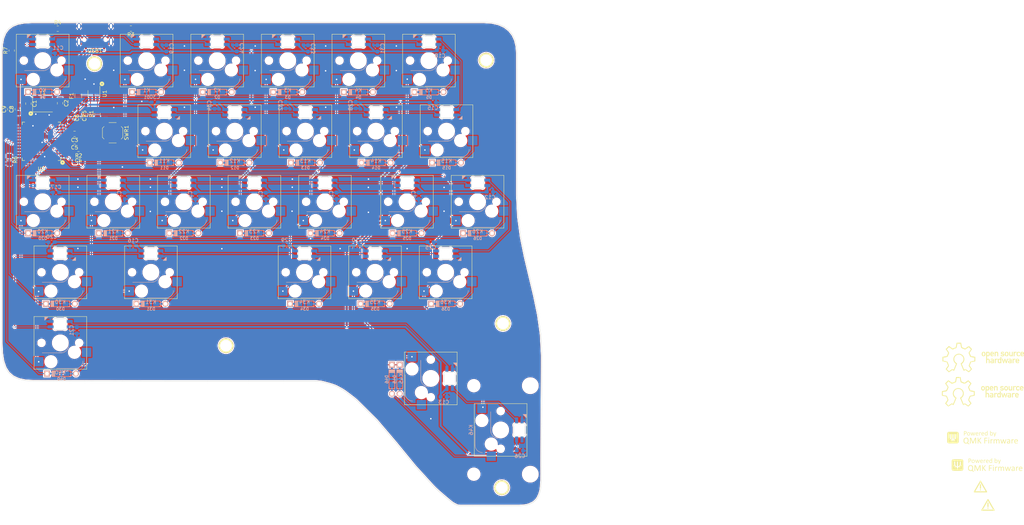
<source format=kicad_pcb>
(kicad_pcb (version 20211014) (generator pcbnew)
  (title_block (title "Kudox Game keyboard PCB") (date "2019-12-23") (rev "2.0") (comment 1 "designed by x1 and inken") (comment 2 "https://github.com/kumaokobo/kudox-keyboard"))
  (layers (0 "F.Cu" signal) (31 "B.Cu" signal) (34 "B.Paste" user) (35 "F.Paste" user) (36 "B.SilkS" user "B.Silkscreen") (37 "F.SilkS" user "F.Silkscreen") (38 "B.Mask" user) (39 "F.Mask" user) (44 "Edge.Cuts" user))
  (net 0 "")
  (net 1 "Net-(D0-Pad2)")
  (net 2 "row0")
  (net 3 "Net-(D1-Pad2)")
  (net 4 "Net-(D2-Pad2)")
  (net 5 "Net-(D3-Pad2)")
  (net 6 "Net-(D4-Pad2)")
  (net 7 "Net-(D5-Pad2)")
  (net 8 "row1")
  (net 9 "Net-(D11-Pad2)")
  (net 10 "Net-(D12-Pad2)")
  (net 11 "Net-(D13-Pad2)")
  (net 12 "Net-(D14-Pad2)")
  (net 13 "Net-(D15-Pad2)")
  (net 14 "Net-(D20-Pad2)")
  (net 15 "row2")
  (net 16 "Net-(D21-Pad2)")
  (net 17 "Net-(D22-Pad2)")
  (net 18 "Net-(D23-Pad2)")
  (net 19 "Net-(D24-Pad2)")
  (net 20 "Net-(D25-Pad2)")
  (net 21 "Net-(D26-Pad2)")
  (net 22 "Net-(D30-Pad2)")
  (net 23 "row3")
  (net 24 "Net-(D31-Pad2)")
  (net 25 "Net-(D34-Pad2)")
  (net 26 "Net-(D35-Pad2)")
  (net 27 "Net-(D36-Pad2)")
  (net 28 "Net-(D40-Pad2)")
  (net 29 "row4")
  (net 30 "Net-(D45-Pad2)")
  (net 31 "Net-(D46-Pad2)")
  (net 32 "col0")
  (net 33 "col1")
  (net 34 "col2")
  (net 35 "col3")
  (net 36 "col4")
  (net 37 "col5")
  (net 38 "col6")
  (net 39 "VCC")
  (net 40 "GND")
  (net 41 "XTAL1")
  (net 42 "XTAL2")
  (net 43 "+5V")
  (net 44 "Net-(C5-Pad2)")
  (net 45 "Net-(LED1-Pad4)")
  (net 46 "Net-(R7-Pad2)")
  (net 47 "Net-(LED1-Pad2)")
  (net 48 "Net-(LED2-Pad2)")
  (net 49 "Net-(LED3-Pad2)")
  (net 50 "Net-(LED4-Pad2)")
  (net 51 "Net-(LED5-Pad2)")
  (net 52 "Net-(LED11-Pad2)")
  (net 53 "Net-(LED11-Pad4)")
  (net 54 "Net-(LED12-Pad4)")
  (net 55 "Net-(LED13-Pad4)")
  (net 56 "Net-(LED14-Pad4)")
  (net 57 "Net-(LED20-Pad2)")
  (net 58 "Net-(LED21-Pad2)")
  (net 59 "Net-(LED22-Pad2)")
  (net 60 "Net-(LED23-Pad2)")
  (net 61 "Net-(LED24-Pad2)")
  (net 62 "Net-(LED25-Pad2)")
  (net 63 "Net-(LED26-Pad2)")
  (net 64 "Net-(LED30-Pad2)")
  (net 65 "Net-(LED30-Pad4)")
  (net 66 "Net-(LED31-Pad4)")
  (net 67 "Net-(LED34-Pad4)")
  (net 68 "Net-(LED35-Pad4)")
  (net 69 "Net-(LED40-Pad2)")
  (net 70 "Net-(LED45-Pad2)")
  (net 72 "D-")
  (net 73 "RESET")
  (net 74 "Net-(R3-Pad2)")
  (net 75 "Net-(R4-Pad2)")
  (net 76 "D+")
  (net 77 "Net-(R6-Pad1)")
  (net 78 "RGB")
  (net 82 "/DR-")
  (net 83 "/DR+")
  (net 84 "/RAW_D-")
  (net 85 "/RAW_D+")
  (footprint "3x6_kailh_switch:SW_Hotswap_Kailh_1.50u" (layer "F.Cu") (at 58.15 117.01 180)
    (fp_text reference "K40")
    (fp_text value "KEYSW")
  )
  (footprint "3x6_kailh_switch:SW_Hotswap_Kailh_1.00u" (layer "F.Cu") (at 143.07 97.97 180)
    (fp_text reference "K35")
    (fp_text value "KEYSW")
  )
  (footprint "3x6_kailh_switch:SW_Hotswap_Kailh_1.00u" (layer "F.Cu") (at 124.03 97.97 180)
    (fp_text reference "K34")
    (fp_text value "KEYSW")
  )
  (footprint "3x6_kailh_switch:SW_Hotswap_Kailh_1.00u" (layer "F.Cu") (at 82.58 97.97 180)
    (fp_text reference "K31")
    (fp_text value "KEYSW")
  )
  (footprint "3x6_kailh_switch:SW_Hotswap_Kailh_1.00u" (layer "F.Cu") (at 53.39 40.85 180)
    (fp_text reference "K0")
    (fp_text value "KEYSW")
  )
  (footprint "3x6_kailh_switch:SW_Hotswap_Kailh_1.00u" (layer "F.Cu") (at 53.39 78.93 180)
    (fp_text reference "K20")
    (fp_text value "KEYSW")
  )
  (footprint "3x6_kailh_switch:SW_Hotswap_Kailh_1.00u" (layer "F.Cu") (at 110.51 78.93 180)
    (fp_text reference "K23")
    (fp_text value "KEYSW")
  )
  (footprint "3x6_kailh_switch:SW_Hotswap_Kailh_1.00u" (layer "F.Cu") (at 100.47 40.85 180)
    (fp_text reference "K2")
    (fp_text value "KEYSW")
  )
  (footprint "3x6_kailh_switch:SW_Hotswap_Kailh_1.00u" (layer "F.Cu") (at 143.31 59.89 180)
    (fp_text reference "K14")
    (fp_text value "KEYSW")
  )
  (footprint "3x6_kailh_switch:SW_Hotswap_Kailh_1.00u" (layer "F.Cu") (at 162.35 59.89 180)
    (fp_text reference "K15")
    (fp_text value "KEYSW")
  )
  (footprint "3x6_kailh_switch:SW_Hotswap_Kailh_1.00u" (layer "F.Cu") (at 138.55 40.85 180)
    (fp_text reference "K4")
    (fp_text value "KEYSW")
  )
  (footprint "3x6_kailh_switch:SW_Hotswap_Kailh_1.00u" (layer "F.Cu") (at 81.43 40.85 180)
    (fp_text reference "K1")
    (fp_text value "KEYSW")
  )
  (footprint "3x6_kailh_switch:SW_Hotswap_Kailh_1.00u" (layer "F.Cu") (at 105.23 59.89 180)
    (fp_text reference "K12")
    (fp_text value "KEYSW")
  )
  (footprint "3x6_kailh_switch:SW_Hotswap_Kailh_1.00u" (layer "F.Cu") (at 129.55 78.93 180)
    (fp_text reference "K24")
    (fp_text value "KEYSW")
  )
  (footprint "3x6_kailh_switch:SW_Hotswap_Kailh_1.00u" (layer "F.Cu") (at 124.27 59.89 180)
    (fp_text reference "K13")
    (fp_text value "KEYSW")
  )
  (footprint "3x6_kailh_switch:SW_Hotswap_Kailh_1.50u" (layer "F.Cu") (at 158.1 126.6 90)
    (fp_text reference "K45")
    (fp_text value "KEYSW")
  )
  (footprint "3x6_kailh_switch:SW_Hotswap_Kailh_1.00u" (layer "F.Cu") (at 157.59 40.85 180)
    (fp_text reference "K5")
    (fp_text value "KEYSW")
  )
  (footprint "3x6_kailh_switch:SW_Hotswap_Kailh_1.00u" (layer "F.Cu") (at 119.51 40.85 180)
    (fp_text reference "K3")
    (fp_text value "KEYSW")
  )
  (footprint "3x6_kailh_switch:SW_Hotswap_Kailh_1.00u" (layer "F.Cu") (at 72.43 78.93 180)
    (fp_text reference "K21")
    (fp_text value "KEYSW")
  )
  (footprint "3x6_kailh_switch:SW_Hotswap_Kailh_1.00u" (layer "F.Cu") (at 86.19 59.89 180)
    (fp_text reference "K11")
    (fp_text value "KEYSW")
  )
  (footprint "3x6_kailh_switch:SW_Hotswap_Kailh_1.00u" (layer "F.Cu") (at 170.72 78.93 180)
    (fp_text reference "K26")
    (fp_text value "KEYSW")
  )
  (footprint "3x6_kailh_switch:SW_Hotswap_Kailh_1.00u" (layer "F.Cu") (at 91.47 78.93 180)
    (fp_text reference "K22")
    (fp_text value "KEYSW")
  )
  (footprint "3x6_kailh_switch:SW_Hotswap_Kailh_1.00u" (layer "F.Cu") (at 151.68 78.93 180)
    (fp_text reference "K25")
    (fp_text value "KEYSW")
  )
  (footprint "3x6_kailh_switch:SW_Hotswap_Kailh_2.00u" (layer "F.Cu") (at 176.95 140.5 90)
    (fp_text reference "K46")
    (fp_text value "KEYSW")
  )
  (footprint "3x6_kailh_switch:SW_Hotswap_Kailh_1.00u" (layer "F.Cu") (at 162.11 97.97 180)
    (fp_text reference "K36")
    (fp_text value "KEYSW")
  )
  (footprint "3x6_kailh_switch:SW_Hotswap_Kailh_1.50u" (layer "F.Cu") (at 58.15 97.97 180)
    (fp_text reference "K30")
    (fp_text value "KEYSW")
  )
  (footprint "3x6_components:SOT-23-6_Handsoldering" (layer "F.Cu") (at 67.2195 49.7845 -90)
    (fp_text reference "U1")
    (fp_text value "USBLC6-2SC6")
  )
  (footprint "3x6_graphics:warning_sign_3.6x3.2mm" (layer "F.Cu") (at 308.425 160.725)
    (fp_text reference "LOGO2" hide)
    (fp_text value "arisutea_logo" hide)
  )
  (footprint "3x6_components:LED_MX_SK6812MINI-E_REV" (layer "F.Cu") (at 105.23 59.89 180)
    (fp_text reference "LED12" hide)
    (fp_text value "SK6812MINI-E")
    (fp_line (start -0.794452 3.58) (end 0.794452 3.58) (layer "Edge.Cuts") (width 0.1))
    (fp_line (start -1.699999 5.782842) (end -1.699999 4.377158) (layer "Edge.Cuts") (width 0.1))
    (fp_line (start 0.794452 6.579999) (end -0.794453 6.579999) (layer "Edge.Cuts") (width 0.1))
    (fp_line (start 1.699999 4.377158) (end 1.699999 5.782842) (layer "Edge.Cuts") (width 0.1))
    (fp_arc (start -0.794452 3.58) (mid -0.925123 3.562623) (end -1.046711 3.511701) (layer "Edge.Cuts") (width 0.1))
    (fp_arc (start -1.046711 6.648298) (mid -1.638071 6.584034) (end -1.749484 5.99972) (layer "Edge.Cuts") (width 0.1))
    (fp_arc (start 1.699999 4.377157) (mid 1.712527 4.265932) (end 1.749484 4.16028) (layer "Edge.Cuts") (width 0.1))
    (fp_arc (start -1.749484 4.16028) (mid -1.712527 4.265932) (end -1.699999 4.377158) (layer "Edge.Cuts") (width 0.1))
    (fp_arc (start 1.749484 5.99972) (mid 1.712527 5.894068) (end 1.699999 5.782842) (layer "Edge.Cuts") (width 0.1))
    (fp_arc (start -1.699999 5.782843) (mid -1.712527 5.894068) (end -1.749484 5.99972) (layer "Edge.Cuts") (width 0.1))
    (fp_arc (start 1.749484 5.99972) (mid 1.638071 6.584035) (end 1.046711 6.648299) (layer "Edge.Cuts") (width 0.1))
    (fp_arc (start 1.046711 3.511703) (mid 1.63807 3.575966) (end 1.749484 4.16028) (layer "Edge.Cuts") (width 0.1))
    (fp_arc (start 0.794453 6.58) (mid 0.925123 6.597377) (end 1.046711 6.648299) (layer "Edge.Cuts") (width 0.1))
    (fp_arc (start -1.749484 4.160281) (mid -1.638072 3.575965) (end -1.046711 3.511701) (layer "Edge.Cuts") (width 0.1))
    (fp_arc (start 1.04671 3.511701) (mid 0.925122 3.562623) (end 0.794452 3.58) (layer "Edge.Cuts") (width 0.1))
    (fp_arc (start -1.046711 6.648298) (mid -0.925123 6.597376) (end -0.794453 6.579999) (layer "Edge.Cuts") (width 0.1))
  )
  (footprint "3x6_components:LED_MX_SK6812MINI-E" (layer "F.Cu") (at 72.43 78.93 180)
    (fp_text reference "LED21" hide)
    (fp_text value "SK6812MINI-E")
    (fp_line (start 1.699999 4.377157) (end 1.699999 5.782841) (layer "Edge.Cuts") (width 0.1))
    (fp_line (start -0.794452 3.58) (end 0.794453 3.58) (layer "Edge.Cuts") (width 0.1))
    (fp_line (start 0.794452 6.579999) (end -0.794452 6.579999) (layer "Edge.Cuts") (width 0.1))
    (fp_line (start -1.699999 5.782841) (end -1.699999 4.377157) (layer "Edge.Cuts") (width 0.1))
    (fp_arc (start -1.699999 5.782842) (mid -1.712527 5.894067) (end -1.749484 5.999719) (layer "Edge.Cuts") (width 0.1))
    (fp_arc (start -1.04671 6.648298) (mid -0.925122 6.597376) (end -0.794452 6.579999) (layer "Edge.Cuts") (width 0.1))
    (fp_arc (start 1.749484 5.999718) (mid 1.638072 6.584034) (end 1.046711 6.648298) (layer "Edge.Cuts") (width 0.1))
    (fp_arc (start 1.749484 5.999719) (mid 1.712527 5.894067) (end 1.699999 5.782841) (layer "Edge.Cuts") (width 0.1))
    (fp_arc (start -1.046711 6.648296) (mid -1.63807 6.584033) (end -1.749484 5.999719) (layer "Edge.Cuts") (width 0.1))
    (fp_arc (start -1.749484 4.160279) (mid -1.638071 3.575964) (end -1.046711 3.5117) (layer "Edge.Cuts") (width 0.1))
    (fp_arc (start 1.046711 3.511701) (mid 1.638071 3.575965) (end 1.749484 4.160279) (layer "Edge.Cuts") (width 0.1))
    (fp_arc (start 1.699999 4.377156) (mid 1.712527 4.265931) (end 1.749484 4.160279) (layer "Edge.Cuts") (width 0.1))
    (fp_arc (start -1.749484 4.160279) (mid -1.712527 4.265931) (end -1.699999 4.377157) (layer "Edge.Cuts") (width 0.1))
    (fp_arc (start 0.794452 6.579999) (mid 0.925123 6.597376) (end 1.046711 6.648298) (layer "Edge.Cuts") (width 0.1))
    (fp_arc (start -0.794453 3.579999) (mid -0.925123 3.562622) (end -1.046711 3.5117) (layer "Edge.Cuts") (width 0.1))
    (fp_arc (start 1.046711 3.511701) (mid 0.925123 3.562623) (end 0.794453 3.58) (layer "Edge.Cuts") (width 0.1))
  )
  (footprint "3x6_components:LED_MX_SK6812MINI-E_REV" (layer "F.Cu") (at 143.35 59.89 180)
    (fp_text reference "LED14" hide)
    (fp_text value "SK6812MINI-E")
    (fp_line (start -1.699999 5.782842) (end -1.699999 4.377158) (layer "Edge.Cuts") (width 0.1))
    (fp_line (start 1.699999 4.377158) (end 1.699999 5.782842) (layer "Edge.Cuts") (width 0.1))
    (fp_line (start 0.794452 6.579999) (end -0.794453 6.579999) (layer "Edge.Cuts") (width 0.1))
    (fp_line (start -0.794452 3.58) (end 0.794452 3.58) (layer "Edge.Cuts") (width 0.1))
    (fp_arc (start -0.794452 3.58) (mid -0.925123 3.562623) (end -1.046711 3.511701) (layer "Edge.Cuts") (width 0.1))
    (fp_arc (start 1.04671 3.511701) (mid 0.925122 3.562623) (end 0.794452 3.58) (layer "Edge.Cuts") (width 0.1))
    (fp_arc (start 1.749484 5.99972) (mid 1.712527 5.894068) (end 1.699999 5.782842) (layer "Edge.Cuts") (width 0.1))
    (fp_arc (start -1.046711 6.648298) (mid -1.638071 6.584034) (end -1.749484 5.99972) (layer "Edge.Cuts") (width 0.1))
    (fp_arc (start 0.794453 6.58) (mid 0.925123 6.597377) (end 1.046711 6.648299) (layer "Edge.Cuts") (width 0.1))
    (fp_arc (start 1.749484 5.99972) (mid 1.638071 6.584035) (end 1.046711 6.648299) (layer "Edge.Cuts") (width 0.1))
    (fp_arc (start -1.749484 4.160281) (mid -1.638072 3.575965) (end -1.046711 3.511701) (layer "Edge.Cuts") (width 0.1))
    (fp_arc (start 1.046711 3.511703) (mid 1.63807 3.575966) (end 1.749484 4.16028) (layer "Edge.Cuts") (width 0.1))
    (fp_arc (start -1.699999 5.782843) (mid -1.712527 5.894068) (end -1.749484 5.99972) (layer "Edge.Cuts") (width 0.1))
    (fp_arc (start -1.749484 4.16028) (mid -1.712527 4.265932) (end -1.699999 4.377158) (layer "Edge.Cuts") (width 0.1))
    (fp_arc (start 1.699999 4.377157) (mid 1.712527 4.265932) (end 1.749484 4.16028) (layer "Edge.Cuts") (width 0.1))
    (fp_arc (start -1.046711 6.648298) (mid -0.925123 6.597376) (end -0.794453 6.579999) (layer "Edge.Cuts") (width 0.1))
  )
  (footprint "3x6_components:LED_MX_SK6812MINI-E" (layer "F.Cu") (at 176.9 140.5 90)
    (fp_text reference "LED46" hide)
    (fp_text value "SK6812MINI-E")
    (fp_line (start 0.794452 6.579999) (end -0.794452 6.579999) (layer "Edge.Cuts") (width 0.1))
    (fp_line (start -1.699999 5.782841) (end -1.699999 4.377157) (layer "Edge.Cuts") (width 0.1))
    (fp_line (start 1.699999 4.377157) (end 1.699999 5.782841) (layer "Edge.Cuts") (width 0.1))
    (fp_line (start -0.794452 3.58) (end 0.794453 3.58) (layer "Edge.Cuts") (width 0.1))
    (fp_arc (start 1.046711 3.511701) (mid 1.638071 3.575965) (end 1.749484 4.160279) (layer "Edge.Cuts") (width 0.1))
    (fp_arc (start -0.794453 3.579999) (mid -0.925123 3.562622) (end -1.046711 3.5117) (layer "Edge.Cuts") (width 0.1))
    (fp_arc (start 0.794452 6.579999) (mid 0.925123 6.597376) (end 1.046711 6.648298) (layer "Edge.Cuts") (width 0.1))
    (fp_arc (start -1.749484 4.160279) (mid -1.638071 3.575964) (end -1.046711 3.5117) (layer "Edge.Cuts") (width 0.1))
    (fp_arc (start -1.04671 6.648298) (mid -0.925122 6.597376) (end -0.794452 6.579999) (layer "Edge.Cuts") (width 0.1))
    (fp_arc (start 1.699999 4.377156) (mid 1.712527 4.265931) (end 1.749484 4.160279) (layer "Edge.Cuts") (width 0.1))
    (fp_arc (start -1.749484 4.160279) (mid -1.712527 4.265931) (end -1.699999 4.377157) (layer "Edge.Cuts") (width 0.1))
    (fp_arc (start 1.749484 5.999719) (mid 1.712527 5.894067) (end 1.699999 5.782841) (layer "Edge.Cuts") (width 0.1))
    (fp_arc (start -1.699999 5.782842) (mid -1.712527 5.894067) (end -1.749484 5.999719) (layer "Edge.Cuts") (width 0.1))
    (fp_arc (start 1.749484 5.999718) (mid 1.638072 6.584034) (end 1.046711 6.648298) (layer "Edge.Cuts") (width 0.1))
    (fp_arc (start -1.046711 6.648296) (mid -1.63807 6.584033) (end -1.749484 5.999719) (layer "Edge.Cuts") (width 0.1))
    (fp_arc (start 1.046711 3.511701) (mid 0.925123 3.562623) (end 0.794453 3.58) (layer "Edge.Cuts") (width 0.1))
  )
  (footprint "3x6_components:LED_MX_SK6812MINI-E" (layer "F.Cu") (at 158.1 126.6 90)
    (fp_text reference "LED45" hide)
    (fp_text value "SK6812MINI-E")
    (fp_line (start -0.794452 3.58) (end 0.794453 3.58) (layer "Edge.Cuts") (width 0.1))
    (fp_line (start 1.699999 4.377157) (end 1.699999 5.782841) (layer "Edge.Cuts") (width 0.1))
    (fp_line (start 0.794452 6.579999) (end -0.794452 6.579999) (layer "Edge.Cuts") (width 0.1))
    (fp_line (start -1.699999 5.782841) (end -1.699999 4.377157) (layer "Edge.Cuts") (width 0.1))
    (fp_arc (start 1.699999 4.377156) (mid 1.712527 4.265931) (end 1.749484 4.160279) (layer "Edge.Cuts") (width 0.1))
    (fp_arc (start 1.046711 3.511701) (mid 0.925123 3.562623) (end 0.794453 3.58) (layer "Edge.Cuts") (width 0.1))
    (fp_arc (start 0.794452 6.579999) (mid 0.925123 6.597376) (end 1.046711 6.648298) (layer "Edge.Cuts") (width 0.1))
    (fp_arc (start -1.749484 4.160279) (mid -1.712527 4.265931) (end -1.699999 4.377157) (layer "Edge.Cuts") (width 0.1))
    (fp_arc (start -0.794453 3.579999) (mid -0.925123 3.562622) (end -1.046711 3.5117) (layer "Edge.Cuts") (width 0.1))
    (fp_arc (start 1.749484 5.999719) (mid 1.712527 5.894067) (end 1.699999 5.782841) (layer "Edge.Cuts") (width 0.1))
    (fp_arc (start -1.04671 6.648298) (mid -0.925122 6.597376) (end -0.794452 6.579999) (layer "Edge.Cuts") (width 0.1))
    (fp_arc (start 1.046711 3.511701) (mid 1.638071 3.575965) (end 1.749484 4.160279) (layer "Edge.Cuts") (width 0.1))
    (fp_arc (start -1.046711 6.648296) (mid -1.63807 6.584033) (end -1.749484 5.999719) (layer "Edge.Cuts") (width 0.1))
    (fp_arc (start -1.749484 4.160279) (mid -1.638071 3.575964) (end -1.046711 3.5117) (layer "Edge.Cuts") (width 0.1))
    (fp_arc (start -1.699999 5.782842) (mid -1.712527 5.894067) (end -1.749484 5.999719) (layer "Edge.Cuts") (width 0.1))
    (fp_arc (start 1.749484 5.999718) (mid 1.638072 6.584034) (end 1.046711 6.648298) (layer "Edge.Cuts") (width 0.1))
  )
  (footprint "3x6_components:LED_MX_SK6812MINI-E" (layer "F.Cu") (at 91.47 78.93 180)
    (fp_text reference "LED22" hide)
    (fp_text value "SK6812MINI-E")
    (fp_line (start 0.794452 6.579999) (end -0.794452 6.579999) (layer "Edge.Cuts") (width 0.1))
    (fp_line (start -1.699999 5.782841) (end -1.699999 4.377157) (layer "Edge.Cuts") (width 0.1))
    (fp_line (start 1.699999 4.377157) (end 1.699999 5.782841) (layer "Edge.Cuts") (width 0.1))
    (fp_line (start -0.794452 3.58) (end 0.794453 3.58) (layer "Edge.Cuts") (width 0.1))
    (fp_arc (start 1.699999 4.377156) (mid 1.712527 4.265931) (end 1.749484 4.160279) (layer "Edge.Cuts") (width 0.1))
    (fp_arc (start -1.749484 4.160279) (mid -1.638071 3.575964) (end -1.046711 3.5117) (layer "Edge.Cuts") (width 0.1))
    (fp_arc (start -1.04671 6.648298) (mid -0.925122 6.597376) (end -0.794452 6.579999) (layer "Edge.Cuts") (width 0.1))
    (fp_arc (start -1.699999 5.782842) (mid -1.712527 5.894067) (end -1.749484 5.999719) (layer "Edge.Cuts") (width 0.1))
    (fp_arc (start -1.046711 6.648296) (mid -1.63807 6.584033) (end -1.749484 5.999719) (layer "Edge.Cuts") (width 0.1))
    (fp_arc (start 0.794452 6.579999) (mid 0.925123 6.597376) (end 1.046711 6.648298) (layer "Edge.Cuts") (width 0.1))
    (fp_arc (start -0.794453 3.579999) (mid -0.925123 3.562622) (end -1.046711 3.5117) (layer "Edge.Cuts") (width 0.1))
    (fp_arc (start 1.046711 3.511701) (mid 0.925123 3.562623) (end 0.794453 3.58) (layer "Edge.Cuts") (width 0.1))
    (fp_arc (start -1.749484 4.160279) (mid -1.712527 4.265931) (end -1.699999 4.377157) (layer "Edge.Cuts") (width 0.1))
    (fp_arc (start 1.749484 5.999719) (mid 1.712527 5.894067) (end 1.699999 5.782841) (layer "Edge.Cuts") (width 0.1))
    (fp_arc (start 1.749484 5.999718) (mid 1.638072 6.584034) (end 1.046711 6.648298) (layer "Edge.Cuts") (width 0.1))
    (fp_arc (start 1.046711 3.511701) (mid 1.638071 3.575965) (end 1.749484 4.160279) (layer "Edge.Cuts") (width 0.1))
  )
  (footprint "3x6_graphics:QMK_Logo_Light" (layer "F.Cu") (at 308.025 149.95)
    (fp_text reference "LOGO5" hide)
    (fp_text value "QMK_Logo_Light" hide)
  )
  (footprint "3x6_graphics:warning_sign_3.6x3.2mm" (layer "F.Cu") (at 306.4 155.775)
    (fp_text reference "LOGO1" hide)
    (fp_text value "arisutea_logo" hide)
  )
  (footprint "3x6_components:R_0805_2012Metric_Pad1.20x1.40mm_HandSolder" (layer "F.Cu") (at 68.175 55.25 90)
    (fp_text reference "R1")
    (fp_text value "22")
  )
  (footprint "3x6_graphics:osh-logo" (layer "F.Cu") (at 307.146078 121.219876)
    (fp_text reference "LOGO4" hide)
    (fp_text value "OSHW Logo" hide)
  )
  (footprint "3x6_components:C_0805_2012Metric_Pad1.18x1.45mm_HandSolder" (layer "F.Cu") (at 61.99 60.62 180)
    (fp_text reference "C3")
    (fp_text value "10uF")
  )
  (footprint "3x6_components:LED_MX_SK6812MINI-E_REV" (layer "F.Cu") (at 162.125 98 180)
    (fp_text reference "LED36" hide)
    (fp_text value "SK6812MINI-E")
    (fp_line (start 0.794452 6.579999) (end -0.794453 6.579999) (layer "Edge.Cuts") (width 0.1))
    (fp_line (start -1.699999 5.782842) (end -1.699999 4.377158) (layer "Edge.Cuts") (width 0.1))
    (fp_line (start -0.794452 3.58) (end 0.794452 3.58) (layer "Edge.Cuts") (width 0.1))
    (fp_line (start 1.699999 4.377158) (end 1.699999 5.782842) (layer "Edge.Cuts") (width 0.1))
    (fp_arc (start -1.749484 4.16028) (mid -1.712527 4.265932) (end -1.699999 4.377158) (layer "Edge.Cuts") (width 0.1))
    (fp_arc (start 1.04671 3.511701) (mid 0.925122 3.562623) (end 0.794452 3.58) (layer "Edge.Cuts") (width 0.1))
    (fp_arc (start -1.749484 4.160281) (mid -1.638072 3.575965) (end -1.046711 3.511701) (layer "Edge.Cuts") (width 0.1))
    (fp_arc (start 0.794453 6.58) (mid 0.925123 6.597377) (end 1.046711 6.648299) (layer "Edge.Cuts") (width 0.1))
    (fp_arc (start -1.699999 5.782843) (mid -1.712527 5.894068) (end -1.749484 5.99972) (layer "Edge.Cuts") (width 0.1))
    (fp_arc (start 1.749484 5.99972) (mid 1.712527 5.894068) (end 1.699999 5.782842) (layer "Edge.Cuts") (width 0.1))
    (fp_arc (start -1.046711 6.648298) (mid -1.638071 6.584034) (end -1.749484 5.99972) (layer "Edge.Cuts") (width 0.1))
    (fp_arc (start 1.749484 5.99972) (mid 1.638071 6.584035) (end 1.046711 6.648299) (layer "Edge.Cuts") (width 0.1))
    (fp_arc (start 1.699999 4.377157) (mid 1.712527 4.265932) (end 1.749484 4.16028) (layer "Edge.Cuts") (width 0.1))
    (fp_arc (start -0.794452 3.58) (mid -0.925123 3.562623) (end -1.046711 3.511701) (layer "Edge.Cuts") (width 0.1))
    (fp_arc (start -1.046711 6.648298) (mid -0.925123 6.597376) (end -0.794453 6.579999) (layer "Edge.Cuts") (width 0.1))
    (fp_arc (start 1.046711 3.511703) (mid 1.63807 3.575966) (end 1.749484 4.16028) (layer "Edge.Cuts") (width 0.1))
  )
  (footprint "3x6_components:LED_MX_SK6812MINI-E_REV" (layer "F.Cu") (at 143.1 98 180)
    (fp_text reference "LED35" hide)
    (fp_text value "SK6812MINI-E")
    (fp_line (start 0.794452 6.579999) (end -0.794453 6.579999) (layer "Edge.Cuts") (width 0.1))
    (fp_line (start -1.699999 5.782842) (end -1.699999 4.377158) (layer "Edge.Cuts") (width 0.1))
    (fp_line (start -0.794452 3.58) (end 0.794452 3.58) (layer "Edge.Cuts") (width 0.1))
    (fp_line (start 1.699999 4.377158) (end 1.699999 5.782842) (layer "Edge.Cuts") (width 0.1))
    (fp_arc (start -1.699999 5.782843) (mid -1.712527 5.894068) (end -1.749484 5.99972) (layer "Edge.Cuts") (width 0.1))
    (fp_arc (start 1.04671 3.511701) (mid 0.925122 3.562623) (end 0.794452 3.58) (layer "Edge.Cuts") (width 0.1))
    (fp_arc (start 1.699999 4.377157) (mid 1.712527 4.265932) (end 1.749484 4.16028) (layer "Edge.Cuts") (width 0.1))
    (fp_arc (start -1.046711 6.648298) (mid -0.925123 6.597376) (end -0.794453 6.579999) (layer "Edge.Cuts") (width 0.1))
    (fp_arc (start -0.794452 3.58) (mid -0.925123 3.562623) (end -1.046711 3.511701) (layer "Edge.Cuts") (width 0.1))
    (fp_arc (start -1.046711 6.648298) (mid -1.638071 6.584034) (end -1.749484 5.99972) (layer "Edge.Cuts") (width 0.1))
    (fp_arc (start 0.794453 6.58) (mid 0.925123 6.597377) (end 1.046711 6.648299) (layer "Edge.Cuts") (width 0.1))
    (fp_arc (start -1.749484 4.160281) (mid -1.638072 3.575965) (end -1.046711 3.511701) (layer "Edge.Cuts") (width 0.1))
    (fp_arc (start -1.749484 4.16028) (mid -1.712527 4.265932) (end -1.699999 4.377158) (layer "Edge.Cuts") (width 0.1))
    (fp_arc (start 1.749484 5.99972) (mid 1.638071 6.584035) (end 1.046711 6.648299) (layer "Edge.Cuts") (width 0.1))
    (fp_arc (start 1.046711 3.511703) (mid 1.63807 3.575966) (end 1.749484 4.16028) (layer "Edge.Cuts") (width 0.1))
    (fp_arc (start 1.749484 5.99972) (mid 1.712527 5.894068) (end 1.699999 5.782842) (layer "Edge.Cuts") (width 0.1))
  )
  (footprint "3x6_components:C_0805_2012Metric_Pad1.18x1.45mm_HandSolder" (layer "F.Cu") (at 60.97 56.29 -90)
    (fp_text reference "C6")
    (fp_text value "0.1uF")
  )
  (footprint "kudox_game_footprints:HOLE_M3" (layer "F.Cu") (at 177.26 156.07)
    (fp_text reference "H5" hide)
    (fp_text value "ThroughHole" hide)
  )
  (footprint "3x6_components:LED_MX_SK6812MINI-E_REV" (layer "F.Cu") (at 124.05 98 180)
    (fp_text reference "LED34" hide)
    (fp_text value "SK6812MINI-E")
    (fp_line (start -0.794452 3.58) (end 0.794452 3.58) (layer "Edge.Cuts") (width 0.1))
    (fp_line (start 0.794452 6.579999) (end -0.794453 6.579999) (layer "Edge.Cuts") (width 0.1))
    (fp_line (start 1.699999 4.377158) (end 1.699999 5.782842) (layer "Edge.Cuts") (width 0.1))
    (fp_line (start -1.699999 5.782842) (end -1.699999 4.377158) (layer "Edge.Cuts") (width 0.1))
    (fp_arc (start -1.046711 6.648298) (mid -1.638071 6.584034) (end -1.749484 5.99972) (layer "Edge.Cuts") (width 0.1))
    (fp_arc (start -0.794452 3.58) (mid -0.925123 3.562623) (end -1.046711 3.511701) (layer "Edge.Cuts") (width 0.1))
    (fp_arc (start -1.749484 4.16028) (mid -1.712527 4.265932) (end -1.699999 4.377158) (layer "Edge.Cuts") (width 0.1))
    (fp_arc (start 1.749484 5.99972) (mid 1.638071 6.584035) (end 1.046711 6.648299) (layer "Edge.Cuts") (width 0.1))
    (fp_arc (start 1.749484 5.99972) (mid 1.712527 5.894068) (end 1.699999 5.782842) (layer "Edge.Cuts") (width 0.1))
    (fp_arc (start 1.046711 3.511703) (mid 1.63807 3.575966) (end 1.749484 4.16028) (layer "Edge.Cuts") (width 0.1))
    (fp_arc (start -1.046711 6.648298) (mid -0.925123 6.597376) (end -0.794453 6.579999) (layer "Edge.Cuts") (width 0.1))
    (fp_arc (start 1.04671 3.511701) (mid 0.925122 3.562623) (end 0.794452 3.58) (layer "Edge.Cuts") (width 0.1))
    (fp_arc (start 0.794453 6.58) (mid 0.925123 6.597377) (end 1.046711 6.648299) (layer "Edge.Cuts") (width 0.1))
    (fp_arc (start -1.749484 4.160281) (mid -1.638072 3.575965) (end -1.046711 3.511701) (layer "Edge.Cuts") (width 0.1))
    (fp_arc (start 1.699999 4.377157) (mid 1.712527 4.265932) (end 1.749484 4.16028) (layer "Edge.Cuts") (width 0.1))
    (fp_arc (start -1.699999 5.782843) (mid -1.712527 5.894068) (end -1.749484 5.99972) (layer "Edge.Cuts") (width 0.1))
  )
  (footprint "3x6_components:LED_MX_SK6812MINI-E_REV" (layer "F.Cu") (at 82.58 97.97 180)
    (fp_text reference "LED31" hide)
    (fp_text value "SK6812MINI-E")
    (fp_line (start 1.699999 4.377158) (end 1.699999 5.782842) (layer "Edge.Cuts") (width 0.1))
    (fp_line (start -0.794452 3.58) (end 0.794452 3.58) (layer "Edge.Cuts") (width 0.1))
    (fp_line (start 0.794452 6.579999) (end -0.794453 6.579999) (layer "Edge.Cuts") (width 0.1))
    (fp_line (start -1.699999 5.782842) (end -1.699999 4.377158) (layer "Edge.Cuts") (width 0.1))
    (fp_arc (start 0.794453 6.58) (mid 0.925123 6.597377) (end 1.046711 6.648299) (layer "Edge.Cuts") (width 0.1))
    (fp_arc (start -1.046711 6.648298) (mid -0.925123 6.597376) (end -0.794453 6.579999) (layer "Edge.Cuts") (width 0.1))
    (fp_arc (start 1.749484 5.99972) (mid 1.712527 5.894068) (end 1.699999 5.782842) (layer "Edge.Cuts") (width 0.1))
    (fp_arc (start -1.699999 5.782843) (mid -1.712527 5.894068) (end -1.749484 5.99972) (layer "Edge.Cuts") (width 0.1))
    (fp_arc (start 1.046711 3.511703) (mid 1.63807 3.575966) (end 1.749484 4.16028) (layer "Edge.Cuts") (width 0.1))
    (fp_arc (start -1.749484 4.16028) (mid -1.712527 4.265932) (end -1.699999 4.377158) (layer "Edge.Cuts") (width 0.1))
    (fp_arc (start 1.04671 3.511701) (mid 0.925122 3.562623) (end 0.794452 3.58) (layer "Edge.Cuts") (width 0.1))
    (fp_arc (start -1.046711 6.648298) (mid -1.638071 6.584034) (end -1.749484 5.99972) (layer "Edge.Cuts") (width 0.1))
    (fp_arc (start -1.749484 4.160281) (mid -1.638072 3.575965) (end -1.046711 3.511701) (layer "Edge.Cuts") (width 0.1))
    (fp_arc (start 1.699999 4.377157) (mid 1.712527 4.265932) (end 1.749484 4.16028) (layer "Edge.Cuts") (width 0.1))
    (fp_arc (start 1.749484 5.99972) (mid 1.638071 6.584035) (end 1.046711 6.648299) (layer "Edge.Cuts") (width 0.1))
    (fp_arc (start -0.794452 3.58) (mid -0.925123 3.562623) (end -1.046711 3.511701) (layer "Edge.Cuts") (width 0.1))
  )
  (footprint "3x6_components:C_0805_2012Metric_Pad1.18x1.45mm_HandSolder" (layer "F.Cu") (at 58.09 52.35 -90)
    (fp_text reference "C2")
    (fp_text value "22pF")
  )
  (footprint "3x6_components:Fuse_1206_3216Metric_Pad1.42x1.75mm_HandSolder" (layer "F.Cu") (at 62.99 50.37 90)
    (fp_text reference "F1")
    (fp_text value "500mA")
  )
  (footprint "3x6_components:C_0805_2012Metric_Pad1.18x1.45mm_HandSolder" (layer "F.Cu") (at 44.66 53.99 90)
    (fp_text reference "C9")
    (fp_text value "0.1uF")
  )
  (footprint "3x6_components:C_0805_2012Metric_Pad1.18x1.45mm_HandSolder" (layer "F.Cu") (at 61.99 62.63 180)
    (fp_text reference "C5")
    (fp_text value "1uF")
  )
  (footprint "kudox_game_footprints:HOLE_M3" (layer "F.Cu") (at 67.375 41.675)
    (fp_text reference "H1" hide)
    (fp_text value "ThroughHole" hide)
  )
  (footprint "3x6_components:LED_MX_SK6812MINI-E" (layer "F.Cu") (at 100.47 40.85 180)
    (fp_text reference "LED2" hide)
    (fp_text value "SK6812MINI-E")
    (fp_line (start 0.794452 6.579999) (end -0.794452 6.579999) (layer "Edge.Cuts") (width 0.1))
    (fp_line (start 1.699999 4.377157) (end 1.699999 5.782841) (layer "Edge.Cuts") (width 0.1))
    (fp_line (start -1.699999 5.782841) (end -1.699999 4.377157) (layer "Edge.Cuts") (width 0.1))
    (fp_line (start -0.794452 3.58) (end 0.794453 3.58) (layer "Edge.Cuts") (width 0.1))
    (fp_arc (start -1.04671 6.648298) (mid -0.925122 6.597376) (end -0.794452 6.579999) (layer "Edge.Cuts") (width 0.1))
    (fp_arc (start 1.699999 4.377156) (mid 1.712527 4.265931) (end 1.749484 4.160279) (layer "Edge.Cuts") (width 0.1))
    (fp_arc (start 1.749484 5.999718) (mid 1.638072 6.584034) (end 1.046711 6.648298) (layer "Edge.Cuts") (width 0.1))
    (fp_arc (start -1.046711 6.648296) (mid -1.63807 6.584033) (end -1.749484 5.999719) (layer "Edge.Cuts") (width 0.1))
    (fp_arc (start 1.749484 5.999719) (mid 1.712527 5.894067) (end 1.699999 5.782841) (layer "Edge.Cuts") (width 0.1))
    (fp_arc (start -1.749484 4.160279) (mid -1.638071 3.575964) (end -1.046711 3.5117) (layer "Edge.Cuts") (width 0.1))
    (fp_arc (start -0.794453 3.579999) (mid -0.925123 3.562622) (end -1.046711 3.5117) (layer "Edge.Cuts") (width 0.1))
    (fp_arc (start -1.699999 5.782842) (mid -1.712527 5.894067) (end -1.749484 5.999719) (layer "Edge.Cuts") (width 0.1))
    (fp_arc (start 0.794452 6.579999) (mid 0.925123 6.597376) (end 1.046711 6.648298) (layer "Edge.Cuts") (width 0.1))
    (fp_arc (start -1.749484 4.160279) (mid -1.712527 4.265931) (end -1.699999 4.377157) (layer "Edge.Cuts") (width 0.1))
    (fp_arc (start 1.046711 3.511701) (mid 0.925123 3.562623) (end 0.794453 3.58) (layer "Edge.Cuts") (width 0.1))
    (fp_arc (start 1.046711 3.511701) (mid 1.638071 3.575965) (end 1.749484 4.160279) (layer "Edge.Cuts") (width 0.1))
  )
  (footprint "3x6_components:LED_MX_SK6812MINI-E" (layer "F.Cu") (at 53.39 40.85 180)
    (fp_text reference "LED0" hide)
    (fp_text value "SK6812MINI-E")
    (fp_line (start -0.794452 3.58) (end 0.794453 3.58) (layer "Edge.Cuts") (width 0.1))
    (fp_line (start 0.794452 6.579999) (end -0.794452 6.579999) (layer "Edge.Cuts") (width 0.1))
    (fp_line (start 1.699999 4.377157) (end 1.699999 5.782841) (layer "Edge.Cuts") (width 0.1))
    (fp_line (start -1.699999 5.782841) (end -1.699999 4.377157) (layer "Edge.Cuts") (width 0.1))
    (fp_arc (start -1.699999 5.782842) (mid -1.712527 5.894067) (end -1.749484 5.999719) (layer "Edge.Cuts") (width 0.1))
    (fp_arc (start -1.04671 6.648298) (mid -0.925122 6.597376) (end -0.794452 6.579999) (layer "Edge.Cuts") (width 0.1))
    (fp_arc (start 1.699999 4.377156) (mid 1.712527 4.265931) (end 1.749484 4.160279) (layer "Edge.Cuts") (width 0.1))
    (fp_arc (start 1.046711 3.511701) (mid 0.925123 3.562623) (end 0.794453 3.58) (layer "Edge.Cuts") (width 0.1))
    (fp_arc (start 1.749484 5.999719) (mid 1.712527 5.894067) (end 1.699999 5.782841) (layer "Edge.Cuts") (width 0.1))
    (fp_arc (start 1.749484 5.999718) (mid 1.638072 6.584034) (end 1.046711 6.648298) (layer "Edge.Cuts") (width 0.1))
    (fp_arc (start 0.794452 6.579999) (mid 0.925123 6.597376) (end 1.046711 6.648298) (layer "Edge.Cuts") (width 0.1))
    (fp_arc (start -1.749484 4.160279) (mid -1.638071 3.575964) (end -1.046711 3.5117) (layer "Edge.Cuts") (width 0.1))
    (fp_arc (start -1.749484 4.160279) (mid -1.712527 4.265931) (end -1.699999 4.377157) (layer "Edge.Cuts") (width 0.1))
    (fp_arc (start 1.046711 3.511701) (mid 1.638071 3.575965) (end 1.749484 4.160279) (layer "Edge.Cuts") (width 0.1))
    (fp_arc (start -1.046711 6.648296) (mid -1.63807 6.584033) (end -1.749484 5.999719) (layer "Edge.Cuts") (width 0.1))
    (fp_arc (start -0.794453 3.579999) (mid -0.925123 3.562622) (end -1.046711 3.5117) (layer "Edge.Cuts") (width 0.1))
  )
  (footprint "3x6_components:R_0805_2012Metric_Pad1.20x1.40mm_HandSolder" (layer "F.Cu") (at 63.08 68.15)
    (fp_text reference "R2")
    (fp_text value "10K")
  )
  (footprint "3x6_components:LED_MX_SK6812MINI-E" (layer "F.Cu") (at 138.55 40.85 180)
    (fp_text reference "LED4" hide)
    (fp_text value "SK6812MINI-E")
    (fp_line (start 1.699999 4.377157) (end 1.699999 5.782841) (layer "Edge.Cuts") (width 0.1))
    (fp_line (start -0.794452 3.58) (end 0.794453 3.58) (layer "Edge.Cuts") (width 0.1))
    (fp_line (start -1.699999 5.782841) (end -1.699999 4.377157) (layer "Edge.Cuts") (width 0.1))
    (fp_line (start 0.794452 6.579999) (end -0.794452 6.579999) (layer "Edge.Cuts") (width 0.1))
    (fp_arc (start -1.749484 4.160279) (mid -1.712527 4.265931) (end -1.699999 4.377157) (layer "Edge.Cuts") (width 0.1))
    (fp_arc (start -1.04671 6.648298) (mid -0.925122 6.597376) (end -0.794452 6.579999) (layer "Edge.Cuts") (width 0.1))
    (fp_arc (start 1.749484 5.999718) (mid 1.638072 6.584034) (end 1.046711 6.648298) (layer "Edge.Cuts") (width 0.1))
    (fp_arc (start -1.749484 4.160279) (mid -1.638071 3.575964) (end -1.046711 3.5117) (layer "Edge.Cuts") (width 0.1))
    (fp_arc (start 1.749484 5.999719) (mid 1.712527 5.894067) (end 1.699999 5.782841) (layer "Edge.Cuts") (width 0.1))
    (fp_arc (start -1.046711 6.648296) (mid -1.63807 6.584033) (end -1.749484 5.999719) (layer "Edge.Cuts") (width 0.1))
    (fp_arc (start 1.046711 3.511701) (mid 0.925123 3.562623) (end 0.794453 3.58) (layer "Edge.Cuts") (width 0.1))
    (fp_arc (start 1.699999 4.377156) (mid 1.712527 4.265931) (end 1.749484 4.160279) (layer "Edge.Cuts") (width 0.1))
    (fp_arc (start 0.794452 6.579999) (mid 0.925123 6.597376) (end 1.046711 6.648298) (layer "Edge.Cuts") (width 0.1))
    (fp_arc (start -0.794453 3.579999) (mid -0.925123 3.562622) (end -1.046711 3.5117) (layer "Edge.Cuts") (width 0.1))
    (fp_arc (start -1.699999 5.782842) (mid -1.712527 5.894067) (end -1.749484 5.999719) (layer "Edge.Cuts") (width 0.1))
    (fp_arc (start 1.046711 3.511701) (mid 1.638071 3.575965) (end 1.749484 4.160279) (layer "Edge.Cuts") (width 0.1))
  )
  (footprint "3x6_components:C_0805_2012Metric_Pad1.18x1.45mm_HandSolder" (layer "F.Cu") (at 63.05 66.13 180)
    (fp_text reference "C4")
    (fp_text value "1uF")
  )
  (footprint "3x6_components:LED_MX_SK6812MINI-E_REV" (layer "F.Cu") (at 162.4 59.89 180)
    (fp_text reference "LED15" hide)
    (fp_text value "SK6812MINI-E")
    (fp_line (start -0.794452 3.58) (end 0.794452 3.58) (layer "Edge.Cuts") (width 0.1))
    (fp_line (start -1.699999 5.782842) (end -1.699999 4.377158) (layer "Edge.Cuts") (width 0.1))
    (fp_line (start 0.794452 6.579999) (end -0.794453 6.579999) (layer "Edge.Cuts") (width 0.1))
    (fp_line (start 1.699999 4.377158) (end 1.699999 5.782842) (layer "Edge.Cuts") (width 0.1))
    (fp_arc (start -1.749484 4.160281) (mid -1.638072 3.575965) (end -1.046711 3.511701) (layer "Edge.Cuts") (width 0.1))
    (fp_arc (start 1.749484 5.99972) (mid 1.712527 5.894068) (end 1.699999 5.782842) (layer "Edge.Cuts") (width 0.1))
    (fp_arc (start 1.699999 4.377157) (mid 1.712527 4.265932) (end 1.749484 4.16028) (layer "Edge.Cuts") (width 0.1))
    (fp_arc (start -1.046711 6.648298) (mid -1.638071 6.584034) (end -1.749484 5.99972) (layer "Edge.Cuts") (width 0.1))
    (fp_arc (start 1.749484 5.99972) (mid 1.638071 6.584035) (end 1.046711 6.648299) (layer "Edge.Cuts") (width 0.1))
    (fp_arc (start -1.046711 6.648298) (mid -0.925123 6.597376) (end -0.794453 6.579999) (layer "Edge.Cuts") (width 0.1))
    (fp_arc (start -1.749484 4.16028) (mid -1.712527 4.265932) (end -1.699999 4.377158) (layer "Edge.Cuts") (width 0.1))
    (fp_arc (start -0.794452 3.58) (mid -0.925123 3.562623) (end -1.046711 3.511701) (layer "Edge.Cuts") (width 0.1))
    (fp_arc (start 1.04671 3.511701) (mid 0.925122 3.562623) (end 0.794452 3.58) (layer "Edge.Cuts") (width 0.1))
    (fp_arc (start 1.046711 3.511703) (mid 1.63807 3.575966) (end 1.749484 4.16028) (layer "Edge.Cuts") (width 0.1))
    (fp_arc (start -1.699999 5.782843) (mid -1.712527 5.894068) (end -1.749484 5.99972) (layer "Edge.Cuts") (width 0.1))
    (fp_arc (start 0.794453 6.58) (mid 0.925123 6.597377) (end 1.046711 6.648299) (layer "Edge.Cuts") (width 0.1))
  )
  (footprint "3x6_components:LED_MX_SK6812MINI-E" (layer "F.Cu") (at 170.775 78.9 180)
    (fp_text reference "LED26" hide)
    (fp_text value "SK6812MINI-E")
    (fp_line (start 1.699999 4.377157) (end 1.699999 5.782841) (layer "Edge.Cuts") (width 0.1))
    (fp_line (start 0.794452 6.579999) (end -0.794452 6.579999) (layer "Edge.Cuts") (width 0.1))
    (fp_line (start -1.699999 5.782841) (end -1.699999 4.377157) (layer "Edge.Cuts") (width 0.1))
    (fp_line (start -0.794452 3.58) (end 0.794453 3.58) (layer "Edge.Cuts") (width 0.1))
    (fp_arc (start -1.749484 4.160279) (mid -1.712527 4.265931) (end -1.699999 4.377157) (layer "Edge.Cuts") (width 0.1))
    (fp_arc (start 1.046711 3.511701) (mid 0.925123 3.562623) (end 0.794453 3.58) (layer "Edge.Cuts") (width 0.1))
    (fp_arc (start 1.749484 5.999718) (mid 1.638072 6.584034) (end 1.046711 6.648298) (layer "Edge.Cuts") (width 0.1))
    (fp_arc (start -1.749484 4.160279) (mid -1.638071 3.575964) (end -1.046711 3.5117) (layer "Edge.Cuts") (width 0.1))
    (fp_arc (start 1.699999 4.377156) (mid 1.712527 4.265931) (end 1.749484 4.160279) (layer "Edge.Cuts") (width 0.1))
    (fp_arc (start -1.04671 6.648298) (mid -0.925122 6.597376) (end -0.794452 6.579999) (layer "Edge.Cuts") (width 0.1))
    (fp_arc (start 1.046711 3.511701) (mid 1.638071 3.575965) (end 1.749484 4.160279) (layer "Edge.Cuts") (width 0.1))
    (fp_arc (start 1.749484 5.999719) (mid 1.712527 5.894067) (end 1.699999 5.782841) (layer "Edge.Cuts") (width 0.1))
    (fp_arc (start -0.794453 3.579999) (mid -0.925123 3.562622) (end -1.046711 3.5117) (layer "Edge.Cuts") (width 0.1))
    (fp_arc (start -1.699999 5.782842) (mid -1.712527 5.894067) (end -1.749484 5.999719) (layer "Edge.Cuts") (width 0.1))
    (fp_arc (start -1.046711 6.648296) (mid -1.63807 6.584033) (end -1.749484 5.999719) (layer "Edge.Cuts") (width 0.1))
    (fp_arc (start 0.794452 6.579999) (mid 0.925123 6.597376) (end 1.046711 6.648298) (layer "Edge.Cuts") (width 0.1))
  )
  (footprint "3x6_components:SW_SPST_TL3342" (layer "F.Cu") (at 72.26 60.32 -90)
    (fp_text reference "SWR1")
    (fp_text value "SW_Push")
  )
  (footprint "3x6_graphics:osh-logo" (layer "F.Cu") (at 306.996078 130.469876)
    (fp_text reference "LOGO3" hide)
    (fp_text value "OSHW Logo" hide)
  )
  (footprint "3x6_components:Crystal_SMD_TXC_7M-4Pin_3.2x2.5mm_HandSoldering" (layer "F.Cu") (at 53.36 52.46)
    (fp_text reference "Y1")
    (fp_text value "16MHz_Crystal_GND24")
  )
  (footprint "3x6_components:R_0805_2012Metric_Pad1.20x1.40mm_HandSolder" (layer "F.Cu") (at 44.37 67.62 -90)
    (fp_text reference "R6")
    (fp_text value "10K")
  )
  (footprint "3x6_components:LED_MX_SK6812MINI-E" (layer "F.Cu") (at 53.39 78.93 180)
    (fp_text reference "LED20" hide)
    (fp_text value "SK6812MINI-E")
    (fp_line (start -0.794452 3.58) (end 0.794453 3.58) (layer "Edge.Cuts") (width 0.1))
    (fp_line (start -1.699999 5.782841) (end -1.699999 4.377157) (layer "Edge.Cuts") (width 0.1))
    (fp_line (start 1.699999 4.377157) (end 1.699999 5.782841) (layer "Edge.Cuts") (width 0.1))
    (fp_line (start 0.794452 6.579999) (end -0.794452 6.579999) (layer "Edge.Cuts") (width 0.1))
    (fp_arc (start -1.046711 6.648296) (mid -1.63807 6.584033) (end -1.749484 5.999719) (layer "Edge.Cuts") (width 0.1))
    (fp_arc (start 1.046711 3.511701) (mid 0.925123 3.562623) (end 0.794453 3.58) (layer "Edge.Cuts") (width 0.1))
    (fp_arc (start 1.046711 3.511701) (mid 1.638071 3.575965) (end 1.749484 4.160279) (layer "Edge.Cuts") (width 0.1))
    (fp_arc (start 1.749484 5.999719) (mid 1.712527 5.894067) (end 1.699999 5.782841) (layer "Edge.Cuts") (width 0.1))
    (fp_arc (start -1.699999 5.782842) (mid -1.712527 5.894067) (end -1.749484 5.999719) (layer "Edge.Cuts") (width 0.1))
    (fp_arc (start -0.794453 3.579999) (mid -0.925123 3.562622) (end -1.046711 3.5117) (layer "Edge.Cuts") (width 0.1))
    (fp_arc (start -1.04671 6.648298) (mid -0.925122 6.597376) (end -0.794452 6.579999) (layer "Edge.Cuts") (width 0.1))
    (fp_arc (start 1.749484 5.999718) (mid 1.638072 6.584034) (end 1.046711 6.648298) (layer "Edge.Cuts") (width 0.1))
    (fp_arc (start -1.749484 4.160279) (mid -1.638071 3.575964) (end -1.046711 3.5117) (layer "Edge.Cuts") (width 0.1))
    (fp_arc (start 0.794452 6.579999) (mid 0.925123 6.597376) (end 1.046711 6.648298) (layer "Edge.Cuts") (width 0.1))
    (fp_arc (start -1.749484 4.160279) (mid -1.712527 4.265931) (end -1.699999 4.377157) (layer "Edge.Cuts") (width 0.1))
    (fp_arc (start 1.699999 4.377156) (mid 1.712527 4.265931) (end 1.749484 4.160279) (layer "Edge.Cuts") (width 0.1))
  )
  (footprint "3x6_components:R_0805_2012Metric_Pad1.20x1.40mm_HandSolder" (layer "F.Cu") (at 57.45 32.24)
    (fp_text reference "R4")
    (fp_text value "5k1")
  )
  (footprint "kudox_game_footprints:HOLE_M3" (layer "F.Cu") (at 102.85 117.76)
    (fp_text reference "H4" hide)
    (fp_text value "ThroughHole" hide)
  )
  (footprint "3x6_components:R_0805_2012Metric_Pad1.20x1.40mm_HandSolder" (layer "F.Cu") (at 77.18 32.21 180)
    (fp_text reference "R3")
    (fp_text value "5k1")
  )
  (footprint "3x6_components:C_0805_2012Metric_Pad1.18x1.45mm_HandSolder" (layer "F.Cu") (at 46.66 53.9875 90)
    (fp_text reference "C8")
    (fp_text value "0.1uF")
  )
  (footprint "3x6_components:R_0805_2012Metric_Pad1.20x1.40mm_HandSolder" (layer "F.Cu") (at 66.275 55.25 90)
    (fp_text reference "R5")
    (fp_text value "22")
  )
  (footprint "3x6_components:LED_MX_SK6812MINI-E_REV" (layer "F.Cu") (at 86.19 59.89 180)
    (fp_text reference "LED11" hide)
    (fp_text value "SK6812MINI-E")
    (fp_line (start 1.699999 4.377158) (end 1.699999 5.782842) (layer "Edge.Cuts") (width 0.1))
    (fp_line (start -1.699999 5.782842) (end -1.699999 4.377158) (layer "Edge.Cuts") (width 0.1))
    (fp_line (start 0.794452 6.579999) (end -0.794453 6.579999) (layer "Edge.Cuts") (width 0.1))
    (fp_line (start -0.794452 3.58) (end 0.794452 3.58) (layer "Edge.Cuts") (width 0.1))
    (fp_arc (start 1.04671 3.511701) (mid 0.925122 3.562623) (end 0.794452 3.58) (layer "Edge.Cuts") (width 0.1))
    (fp_arc (start -1.046711 6.648298) (mid -0.925123 6.597376) (end -0.794453 6.579999) (layer "Edge.Cuts") (width 0.1))
    (fp_arc (start -0.794452 3.58) (mid -0.925123 3.562623) (end -1.046711 3.511701) (layer "Edge.Cuts") (width 0.1))
    (fp_arc (start 1.749484 5.99972) (mid 1.638071 6.584035) (end 1.046711 6.648299) (layer "Edge.Cuts") (width 0.1))
    (fp_arc (start 0.794453 6.58) (mid 0.925123 6.597377) (end 1.046711 6.648299) (layer "Edge.Cuts") (width 0.1))
    (fp_arc (start 1.046711 3.511703) (mid 1.63807 3.575966) (end 1.749484 4.16028) (layer "Edge.Cuts") (width 0.1))
    (fp_arc (start -1.046711 6.648298) (mid -1.638071 6.584034) (end -1.749484 5.99972) (layer "Edge.Cuts") (width 0.1))
    (fp_arc (start 1.699999 4.377157) (mid 1.712527 4.265932) (end 1.749484 4.16028) (layer "Edge.Cuts") (width 0.1))
    (fp_arc (start 1.749484 5.99972) (mid 1.712527 5.894068) (end 1.699999 5.782842) (layer "Edge.Cuts") (width 0.1))
    (fp_arc (start -1.749484 4.16028) (mid -1.712527 4.265932) (end -1.699999 4.377158) (layer "Edge.Cuts") (width 0.1))
    (fp_arc (start -1.749484 4.160281) (mid -1.638072 3.575965) (end -1.046711 3.511701) (layer "Edge.Cuts") (width 0.1))
    (fp_arc (start -1.699999 5.782843) (mid -1.712527 5.894068) (end -1.749484 5.99972) (layer "Edge.Cuts") (width 0.1))
  )
  (footprint "3x6_components:LED_MX_SK6812MINI-E_REV" (layer "F.Cu") (at 58.1 97.975 180)
    (fp_text reference "LED30" hide)
    (fp_text value "SK6812MINI-E")
    (fp_line (start 1.699999 4.377158) (end 1.699999 5.782842) (layer "Edge.Cuts") (width 0.1))
    (fp_line (start -1.699999 5.782842) (end -1.699999 4.377158) (layer "Edge.Cuts") (width 0.1))
    (fp_line (start -0.794452 3.58) (end 0.794452 3.58) (layer "Edge.Cuts") (width 0.1))
    (fp_line (start 0.794452 6.579999) (end -0.794453 6.579999) (layer "Edge.Cuts") (width 0.1))
    (fp_arc (start 1.699999 4.377157) (mid 1.712527 4.265932) (end 1.749484 4.16028) (layer "Edge.Cuts") (width 0.1))
    (fp_arc (start 1.749484 5.99972) (mid 1.638071 6.584035) (end 1.046711 6.648299) (layer "Edge.Cuts") (width 0.1))
    (fp_arc (start -1.046711 6.648298) (mid -1.638071 6.584034) (end -1.749484 5.99972) (layer "Edge.Cuts") (width 0.1))
    (fp_arc (start 0.794453 6.58) (mid 0.925123 6.597377) (end 1.046711 6.648299) (layer "Edge.Cuts") (width 0.1))
    (fp_arc (start 1.749484 5.99972) (mid 1.712527 5.894068) (end 1.699999 5.782842) (layer "Edge.Cuts") (width 0.1))
    (fp_arc (start 1.046711 3.511703) (mid 1.63807 3.575966) (end 1.749484 4.16028) (layer "Edge.Cuts") (width 0.1))
    (fp_arc (start -1.749484 4.160281) (mid -1.638072 3.575965) (end -1.046711 3.511701) (layer "Edge.Cuts") (width 0.1))
    (fp_arc (start -1.046711 6.648298) (mid -0.925123 6.597376) (end -0.794453 6.579999) (layer "Edge.Cuts") (width 0.1))
    (fp_arc (start -1.699999 5.782843) (mid -1.712527 5.894068) (end -1.749484 5.99972) (layer "Edge.Cuts") (width 0.1))
    (fp_arc (start -0.794452 3.58) (mid -0.925123 3.562623) (end -1.046711 3.511701) (layer "Edge.Cuts") (width 0.1))
    (fp_arc (start -1.749484 4.16028) (mid -1.712527 4.265932) (end -1.699999 4.377158) (layer "Edge.Cuts") (width 0.1))
    (fp_arc (start 1.04671 3.511701) (mid 0.925122 3.562623) (end 0.794452 3.58) (layer "Edge.Cuts") (width 0.1))
  )
  (footprint "3x6_components:C_0805_2012Metric_Pad1.18x1.45mm_HandSolder" (layer "F.Cu") (at 62.98 56.29 -90)
    (fp_text reference "C7")
    (fp_text value "0.1uF")
  )
  (footprint "3x6_components:LED_MX_SK6812MINI-E" (layer "F.Cu") (at 119.51 40.85 180)
    (fp_text reference "LED3" hide)
    (fp_text value "SK6812MINI-E")
    (fp_line (start 1.699999 4.377157) (end 1.699999 5.782841) (layer "Edge.Cuts") (width 0.1))
    (fp_line (start -1.699999 5.782841) (end -1.699999 4.377157) (layer "Edge.Cuts") (width 0.1))
    (fp_line (start -0.794452 3.58) (end 0.794453 3.58) (layer "Edge.Cuts") (width 0.1))
    (fp_line (start 0.794452 6.579999) (end -0.794452 6.579999) (layer "Edge.Cuts") (width 0.1))
    (fp_arc (start -1.749484 4.160279) (mid -1.712527 4.265931) (end -1.699999 4.377157) (layer "Edge.Cuts") (width 0.1))
    (fp_arc (start 0.794452 6.579999) (mid 0.925123 6.597376) (end 1.046711 6.648298) (layer "Edge.Cuts") (width 0.1))
    (fp_arc (start -0.794453 3.579999) (mid -0.925123 3.562622) (end -1.046711 3.5117) (layer "Edge.Cuts") (width 0.1))
    (fp_arc (start -1.046711 6.648296) (mid -1.63807 6.584033) (end -1.749484 5.999719) (layer "Edge.Cuts") (width 0.1))
    (fp_arc (start -1.749484 4.160279) (mid -1.638071 3.575964) (end -1.046711 3.5117) (layer "Edge.Cuts") (width 0.1))
    (fp_arc (start -1.04671 6.648298) (mid -0.925122 6.597376) (end -0.794452 6.579999) (layer "Edge.Cuts") (width 0.1))
    (fp_arc (start -1.699999 5.782842) (mid -1.712527 5.894067) (end -1.749484 5.999719) (layer "Edge.Cuts") (width 0.1))
    (fp_arc (start 1.046711 3.511701) (mid 1.638071 3.575965) (end 1.749484 4.160279) (layer "Edge.Cuts") (width 0.1))
    (fp_arc (start 1.046711 3.511701) (mid 0.925123 3.562623) (end 0.794453 3.58) (layer "Edge.Cuts") (width 0.1))
    (fp_arc (start 1.749484 5.999718) (mid 1.638072 6.584034) (end 1.046711 6.648298) (layer "Edge.Cuts") (width 0.1))
    (fp_arc (start 1.749484 5.999719) (mid 1.712527 5.894067) (end 1.699999 5.782841) (layer "Edge.Cuts") (width 0.1))
    (fp_arc (start 1.699999 4.377156) (mid 1.712527 4.265931) (end 1.749484 4.160279) (layer "Edge.Cuts") (width 0.1))
  )
  (footprint "3x6_components:LED_MX_SK6812MINI-E" (layer "F.Cu") (at 110.51 78.93 180)
    (fp_text reference "LED23" hide)
    (fp_text value "SK6812MINI-E")
    (fp_line (start 1.699999 4.377157) (end 1.699999 5.782841) (layer "Edge.Cuts") (width 0.1))
    (fp_line (start 0.794452 6.579999) (end -0.794452 6.579999) (layer "Edge.Cuts") (width 0.1))
    (fp_line (start -0.794452 3.58) (end 0.794453 3.58) (layer "Edge.Cuts") (width 0.1))
    (fp_line (start -1.699999 5.782841) (end -1.699999 4.377157) (layer "Edge.Cuts") (width 0.1))
    (fp_arc (start -1.04671 6.648298) (mid -0.925122 6.597376) (end -0.794452 6.579999) (layer "Edge.Cuts") (width 0.1))
    (fp_arc (start 0.794452 6.579999) (mid 0.925123 6.597376) (end 1.046711 6.648298) (layer "Edge.Cuts") (width 0.1))
    (fp_arc (start -1.046711 6.648296) (mid -1.63807 6.584033) (end -1.749484 5.999719) (layer "Edge.Cuts") (width 0.1))
    (fp_arc (start -1.749484 4.160279) (mid -1.712527 4.265931) (end -1.699999 4.377157) (layer "Edge.Cuts") (width 0.1))
    (fp_arc (start -1.699999 5.782842) (mid -1.712527 5.894067) (end -1.749484 5.999719) (layer "Edge.Cuts") (width 0.1))
    (fp_arc (start 1.046711 3.511701) (mid 1.638071 3.575965) (end 1.749484 4.160279) (layer "Edge.Cuts") (width 0.1))
    (fp_arc (start 1.749484 5.999718) (mid 1.638072 6.584034) (end 1.046711 6.648298) (layer "Edge.Cuts") (width 0.1))
    (fp_arc (start 1.699999 4.377156) (mid 1.712527 4.265931) (end 1.749484 4.160279) (layer "Edge.Cuts") (width 0.1))
    (fp_arc (start -0.794453 3.579999) (mid -0.925123 3.562622) (end -1.046711 3.5117) (layer "Edge.Cuts") (width 0.1))
    (fp_arc (start 1.749484 5.999719) (mid 1.712527 5.894067) (end 1.699999 5.782841) (layer "Edge.Cuts") (width 0.1))
    (fp_arc (start -1.749484 4.160279) (mid -1.638071 3.575964) (end -1.046711 3.5117) (layer "Edge.Cuts") (width 0.1))
    (fp_arc (start 1.046711 3.511701) (mid 0.925123 3.562623) (end 0.794453 3.58) (layer "Edge.Cuts") (width 0.1))
  )
  (footprint "3x6_graphics:QMK_Logo_Light" (layer "F.Cu") (at 306.8 142.55)
    (fp_text reference "LOGO6" hide)
    (fp_text value "QMK_Logo_Light" hide)
  )
  (footprint "3x6_connectors:USB_C-31-M-12" (layer "F.Cu") (at 67.5 28.975 180)
    (fp_text reference "USB1")
    (fp_text value "USB_C_HRO-TYPE-C-31-M-12")
  )
  (footprint "3x6_components:LED_MX_SK6812MINI-E" (layer "F.Cu") (at 151.725 78.9 180)
    (fp_text reference "LED25" hide)
    (fp_text value "SK6812MINI-E")
    (fp_line (start 0.794452 6.579999) (end -0.794452 6.579999) (layer "Edge.Cuts") (width 0.1))
    (fp_line (start 1.699999 4.377157) (end 1.699999 5.782841) (layer "Edge.Cuts") (width 0.1))
    (fp_line (start -1.699999 5.782841) (end -1.699999 4.377157) (layer "Edge.Cuts") (width 0.1))
    (fp_line (start -0.794452 3.58) (end 0.794453 3.58) (layer "Edge.Cuts") (width 0.1))
    (fp_arc (start 0.794452 6.579999) (mid 0.925123 6.597376) (end 1.046711 6.648298) (layer "Edge.Cuts") (width 0.1))
    (fp_arc (start -1.749484 4.160279) (mid -1.712527 4.265931) (end -1.699999 4.377157) (layer "Edge.Cuts") (width 0.1))
    (fp_arc (start 1.046711 3.511701) (mid 1.638071 3.575965) (end 1.749484 4.160279) (layer "Edge.Cuts") (width 0.1))
    (fp_arc (start -1.04671 6.648298) (mid -0.925122 6.597376) (end -0.794452 6.579999) (layer "Edge.Cuts") (width 0.1))
    (fp_arc (start -0.794453 3.579999) (mid -0.925123 3.562622) (end -1.046711 3.5117) (layer "Edge.Cuts") (width 0.1))
    (fp_arc (start -1.699999 5.782842) (mid -1.712527 5.894067) (end -1.749484 5.999719) (layer "Edge.Cuts") (width 0.1))
    (fp_arc (start -1.046711 6.648296) (mid -1.63807 6.584033) (end -1.749484 5.999719) (layer "Edge.Cuts") (width 0.1))
    (fp_arc (start 1.046711 3.511701) (mid 0.925123 3.562623) (end 0.794453 3.58) (layer "Edge.Cuts") (width 0.1))
    (fp_arc (start -1.749484 4.160279) (mid -1.638071 3.575964) (end -1.046711 3.5117) (layer "Edge.Cuts") (width 0.1))
    (fp_arc (start 1.749484 5.999718) (mid 1.638072 6.584034) (end 1.046711 6.648298) (layer "Edge.Cuts") (width 0.1))
    (fp_arc (start 1.699999 4.377156) (mid 1.712527 4.265931) (end 1.749484 4.160279) (layer "Edge.Cuts") (width 0.1))
    (fp_arc (start 1.749484 5.999719) (mid 1.712527 5.894067) (end 1.699999 5.782841) (layer "Edge.Cuts") (width 0.1))
  )
  (footprint "3x6_components:C_0805_2012Metric_Pad1.18x1.45mm_HandSolder" (layer "F.Cu") (at 49.53 52.46 -90)
    (fp_text reference "C1")
    (fp_text value "22pF")
  )
  (footprint "3x6_components:LED_MX_SK6812MINI-E" (layer "F.Cu") (at 157.59 40.85 180)
    (fp_text reference "LED5" hide)
    (fp_text value "SK6812MINI-E")
    (fp_line (start -1.699999 5.782841) (end -1.699999 4.377157) (layer "Edge.Cuts") (width 0.1))
    (fp_line (start 1.699999 4.377157) (end 1.699999 5.782841) (layer "Edge.Cuts") (width 0.1))
    (fp_line (start -0.794452 3.58) (end 0.794453 3.58) (layer "Edge.Cuts") (width 0.1))
    (fp_line (start 0.794452 6.579999) (end -0.794452 6.579999) (layer "Edge.Cuts") (width 0.1))
    (fp_arc (start -1.749484 4.160279) (mid -1.638071 3.575964) (end -1.046711 3.5117) (layer "Edge.Cuts") (width 0.1))
    (fp_arc (start 1.046711 3.511701) (mid 1.638071 3.575965) (end 1.749484 4.160279) (layer "Edge.Cuts") (width 0.1))
    (fp_arc (start 1.749484 5.999719) (mid 1.712527 5.894067) (end 1.699999 5.782841) (layer "Edge.Cuts") (width 0.1))
    (fp_arc (start 1.699999 4.377156) (mid 1.712527 4.265931) (end 1.749484 4.160279) (layer "Edge.Cuts") (width 0.1))
    (fp_arc (start -1.749484 4.160279) (mid -1.712527 4.265931) (end -1.699999 4.377157) (layer "Edge.Cuts") (width 0.1))
    (fp_arc (start 1.046711 3.511701) (mid 0.925123 3.562623) (end 0.794453 3.58) (layer "Edge.Cuts") (width 0.1))
    (fp_arc (start -1.699999 5.782842) (mid -1.712527 5.894067) (end -1.749484 5.999719) (layer "Edge.Cuts") (width 0.1))
    (fp_arc (start 1.749484 5.999718) (mid 1.638072 6.584034) (end 1.046711 6.648298) (layer "Edge.Cuts") (width 0.1))
    (fp_arc (start -0.794453 3.579999) (mid -0.925123 3.562622) (end -1.046711 3.5117) (layer "Edge.Cuts") (width 0.1))
    (fp_arc (start -1.04671 6.648298) (mid -0.925122 6.597376) (end -0.794452 6.579999) (layer "Edge.Cuts") (width 0.1))
    (fp_arc (start 0.794452 6.579999) (mid 0.925123 6.597376) (end 1.046711 6.648298) (layer "Edge.Cuts") (width 0.1))
    (fp_arc (start -1.046711 6.648296) (mid -1.63807 6.584033) (end -1.749484 5.999719) (layer "Edge.Cuts") (width 0.1))
  )
  (footprint "3x6_components:LED_MX_SK6812MINI-E" (layer "F.Cu") (at 129.55 78.93 180)
    (fp_text reference "LED24" hide)
    (fp_text value "SK6812MINI-E")
    (fp_line (start 0.794452 6.579999) (end -0.794452 6.579999) (layer "Edge.Cuts") (width 0.1))
    (fp_line (start 1.699999 4.377157) (end 1.699999 5.782841) (layer "Edge.Cuts") (width 0.1))
    (fp_line (start -1.699999 5.782841) (end -1.699999 4.377157) (layer "Edge.Cuts") (width 0.1))
    (fp_line (start -0.794452 3.58) (end 0.794453 3.58) (layer "Edge.Cuts") (width 0.1))
    (fp_arc (start 1.749484 5.999719) (mid 1.712527 5.894067) (end 1.699999 5.782841) (layer "Edge.Cuts") (width 0.1))
    (fp_arc (start -1.046711 6.648296) (mid -1.63807 6.584033) (end -1.749484 5.999719) (layer "Edge.Cuts") (width 0.1))
    (fp_arc (start -0.794453 3.579999) (mid -0.925123 3.562622) (end -1.046711 3.5117) (layer "Edge.Cuts") (width 0.1))
    (fp_arc (start -1.699999 5.782842) (mid -1.712527 5.894067) (end -1.749484 5.999719) (layer "Edge.Cuts") (width 0.1))
    (fp_arc (start -1.749484 4.160279) (mid -1.712527 4.265931) (end -1.699999 4.377157) (layer "Edge.Cuts") (width 0.1))
    (fp_arc (start -1.04671 6.648298) (mid -0.925122 6.597376) (end -0.794452 6.579999) (layer "Edge.Cuts") (width 0.1))
    (fp_arc (start 1.699999 4.377156) (mid 1.712527 4.265931) (end 1.749484 4.160279) (layer "Edge.Cuts") (width 0.1))
    (fp_arc (start -1.749484 4.160279) (mid -1.638071 3.575964) (end -1.046711 3.5117) (layer "Edge.Cuts") (width 0.1))
    (fp_arc (start 1.046711 3.511701) (mid 0.925123 3.562623) (end 0.794453 3.58) (layer "Edge.Cuts") (width 0.1))
    (fp_arc (start 0.794452 6.579999) (mid 0.925123 6.597376) (end 1.046711 6.648298) (layer "Edge.Cuts") (width 0.1))
    (fp_arc (start 1.749484 5.999718) (mid 1.638072 6.584034) (end 1.046711 6.648298) (layer "Edge.Cuts") (width 0.1))
    (fp_arc (start 1.046711 3.511701) (mid 1.638071 3.575965) (end 1.749484 4.160279) (layer "Edge.Cuts") (width 0.1))
  )
  (footprint "3x6_components:LED_MX_SK6812MINI-E" (layer "F.Cu") (at 58.1 117.025 180)
    (fp_text reference "LED40" hide)
    (fp_text value "SK6812MINI-E")
    (fp_line (start -0.794452 3.58) (end 0.794453 3.58) (layer "Edge.Cuts") (width 0.1))
    (fp_line (start 0.794452 6.579999) (end -0.794452 6.579999) (layer "Edge.Cuts") (width 0.1))
    (fp_line (start 1.699999 4.377157) (end 1.699999 5.782841) (layer "Edge.Cuts") (width 0.1))
    (fp_line (start -1.699999 5.782841) (end -1.699999 4.377157) (layer "Edge.Cuts") (width 0.1))
    (fp_arc (start -1.699999 5.782842) (mid -1.712527 5.894067) (end -1.749484 5.999719) (layer "Edge.Cuts") (width 0.1))
    (fp_arc (start -1.04671 6.648298) (mid -0.925122 6.597376) (end -0.794452 6.579999) (layer "Edge.Cuts") (width 0.1))
    (fp_arc (start 1.749484 5.999719) (mid 1.712527 5.894067) (end 1.699999 5.782841) (layer "Edge.Cuts") (width 0.1))
    (fp_arc (start -1.749484 4.160279) (mid -1.638071 3.575964) (end -1.046711 3.5117) (layer "Edge.Cuts") (width 0.1))
    (fp_arc (start 1.046711 3.511701) (mid 1.638071 3.575965) (end 1.749484 4.160279) (layer "Edge.Cuts") (width 0.1))
    (fp_arc (start 1.046711 3.511701) (mid 0.925123 3.562623) (end 0.794453 3.58) (layer "Edge.Cuts") (width 0.1))
    (fp_arc (start -1.046711 6.648296) (mid -1.63807 6.584033) (end -1.749484 5.999719) (layer "Edge.Cuts") (width 0.1))
    (fp_arc (start -0.794453 3.579999) (mid -0.925123 3.562622) (end -1.046711 3.5117) (layer "Edge.Cuts") (width 0.1))
    (fp_arc (start 0.794452 6.579999) (mid 0.925123 6.597376) (end 1.046711 6.648298) (layer "Edge.Cuts") (width 0.1))
    (fp_arc (start 1.699999 4.377156) (mid 1.712527 4.265931) (end 1.749484 4.160279) (layer "Edge.Cuts") (width 0.1))
    (fp_arc (start -1.749484 4.160279) (mid -1.712527 4.265931) (end -1.699999 4.377157) (layer "Edge.Cuts") (width 0.1))
    (fp_arc (start 1.749484 5.999718) (mid 1.638072 6.584034) (end 1.046711 6.648298) (layer "Edge.Cuts") (width 0.1))
  )
  (footprint "3x6_components:R_0805_2012Metric_Pad1.20x1.40mm_HandSolder" (layer "F.Cu") (at 45.04 38.15 90)
    (fp_text reference "R7")
    (fp_text value "720")
  )
  (footprint "kudox_game_footprints:HOLE_M3" (layer "F.Cu") (at 177.58 111.79)
    (fp_text reference "H3" hide)
    (fp_text value "ThroughHole" hide)
  )
  (footprint "3x6_components:TQFP-44_10x10mm_P0.8mm" (layer "F.Cu") (at 53.04 62.62 180)
    (fp_text reference "U2")
    (fp_text value "ATMEGA32U4_QFN44")
  )
  (footprint "3x6_components:LED_MX_SK6812MINI-E" (layer "F.Cu") (at 81.43 40.85 180)
    (fp_text reference "LED1" hide)
    (fp_text value "SK6812MINI-E")
    (fp_line (start -0.794452 3.58) (end 0.794453 3.58) (layer "Edge.Cuts") (width 0.1))
    (fp_line (start 1.699999 4.377157) (end 1.699999 5.782841) (layer "Edge.Cuts") (width 0.1))
    (fp_line (start 0.794452 6.579999) (end -0.794452 6.579999) (layer "Edge.Cuts") (width 0.1))
    (fp_line (start -1.699999 5.782841) (end -1.699999 4.377157) (layer "Edge.Cuts") (width 0.1))
    (fp_arc (start -1.046711 6.648296) (mid -1.63807 6.584033) (end -1.749484 5.999719) (layer "Edge.Cuts") (width 0.1))
    (fp_arc (start 1.749484 5.999719) (mid 1.712527 5.894067) (end 1.699999 5.782841) (layer "Edge.Cuts") (width 0.1))
    (fp_arc (start 0.794452 6.579999) (mid 0.925123 6.597376) (end 1.046711 6.648298) (layer "Edge.Cuts") (width 0.1))
    (fp_arc (start -1.699999 5.782842) (mid -1.712527 5.894067) (end -1.749484 5.999719) (layer "Edge.Cuts") (width 0.1))
    (fp_arc (start 1.699999 4.377156) (mid 1.712527 4.265931) (end 1.749484 4.160279) (layer "Edge.Cuts") (width 0.1))
    (fp_arc (start -1.749484 4.160279) (mid -1.712527 4.265931) (end -1.699999 4.377157) (layer "Edge.Cuts") (width 0.1))
    (fp_arc (start 1.046711 3.511701) (mid 0.925123 3.562623) (end 0.794453 3.58) (layer "Edge.Cuts") (width 0.1))
    (fp_arc (start -1.04671 6.648298) (mid -0.925122 6.597376) (end -0.794452 6.579999) (layer "Edge.Cuts") (width 0.1))
    (fp_arc (start 1.749484 5.999718) (mid 1.638072 6.584034) (end 1.046711 6.648298) (layer "Edge.Cuts") (width 0.1))
    (fp_arc (start -1.749484 4.160279) (mid -1.638071 3.575964) (end -1.046711 3.5117) (layer "Edge.Cuts") (width 0.1))
    (fp_arc (start 1.046711 3.511701) (mid 1.638071 3.575965) (end 1.749484 4.160279) (layer "Edge.Cuts") (width 0.1))
    (fp_arc (start -0.794453 3.579999) (mid -0.925123 3.562622) (end -1.046711 3.5117) (layer "Edge.Cuts") (width 0.1))
  )
  (footprint "kudox_game_footprints:HOLE_M3" (layer "F.Cu") (at 173.05 40.76)
    (fp_text reference "H2" hide)
    (fp_text value "ThroughHole" hide)
  )
  (footprint "3x6_components:LED_MX_SK6812MINI-E_REV" (layer "F.Cu") (at 124.27 59.89 180)
    (fp_text reference "LED13" hide)
    (fp_text value "SK6812MINI-E")
    (fp_line (start 0.794452 6.579999) (end -0.794453 6.579999) (layer "Edge.Cuts") (width 0.1))
    (fp_line (start 1.699999 4.377158) (end 1.699999 5.782842) (layer "Edge.Cuts") (width 0.1))
    (fp_line (start -1.699999 5.782842) (end -1.699999 4.377158) (layer "Edge.Cuts") (width 0.1))
    (fp_line (start -0.794452 3.58) (end 0.794452 3.58) (layer "Edge.Cuts") (width 0.1))
    (fp_arc (start 1.046711 3.511703) (mid 1.63807 3.575966) (end 1.749484 4.16028) (layer "Edge.Cuts") (width 0.1))
    (fp_arc (start -0.794452 3.58) (mid -0.925123 3.562623) (end -1.046711 3.511701) (layer "Edge.Cuts") (width 0.1))
    (fp_arc (start 0.794453 6.58) (mid 0.925123 6.597377) (end 1.046711 6.648299) (layer "Edge.Cuts") (width 0.1))
    (fp_arc (start -1.699999 5.782843) (mid -1.712527 5.894068) (end -1.749484 5.99972) (layer "Edge.Cuts") (width 0.1))
    (fp_arc (start -1.046711 6.648298) (mid -0.925123 6.597376) (end -0.794453 6.579999) (layer "Edge.Cuts") (width 0.1))
    (fp_arc (start -1.046711 6.648298) (mid -1.638071 6.584034) (end -1.749484 5.99972) (layer "Edge.Cuts") (width 0.1))
    (fp_arc (start 1.699999 4.377157) (mid 1.712527 4.265932) (end 1.749484 4.16028) (layer "Edge.Cuts") (width 0.1))
    (fp_arc (start -1.749484 4.16028) (mid -1.712527 4.265932) (end -1.699999 4.377158) (layer "Edge.Cuts") (width 0.1))
    (fp_arc (start 1.04671 3.511701) (mid 0.925122 3.562623) (end 0.794452 3.58) (layer "Edge.Cuts") (width 0.1))
    (fp_arc (start -1.749484 4.160281) (mid -1.638072 3.575965) (end -1.046711 3.511701) (layer "Edge.Cuts") (width 0.1))
    (fp_arc (start 1.749484 5.99972) (mid 1.638071 6.584035) (end 1.046711 6.648299) (layer "Edge.Cuts") (width 0.1))
    (fp_arc (start 1.749484 5.99972) (mid 1.712527 5.894068) (end 1.699999 5.782842) (layer "Edge.Cuts") (width 0.1))
  )
  (footprint "3x6_components:D_THT_7.62_SOD-123_Single_Side" (layer "B.Cu") (at 147.61 126.82 90)
    (fp_text reference "D46")
    (fp_text value "D" hide)
  )
  (footprint "3x6_components:D_THT_7.62_SOD-123_Single_Side" (layer "B.Cu") (at 100.47 49.35 180)
    (fp_text reference "D2")
    (fp_text value "D" hide)
  )
  (footprint "3x6_components:D_THT_7.62_SOD-123_Single_Side" (layer "B.Cu") (at 151.68 87.43 180)
    (fp_text reference "D25")
    (fp_text value "D" hide)
  )
  (footprint "3x6_components:D_THT_7.62_SOD-123_Single_Side" (layer "B.Cu") (at 170.72 87.43 180)
    (fp_text reference "D26")
    (fp_text value "D" hide)
  )
  (footprint "3x6_components:D_THT_7.62_SOD-123_Single_Side" (layer "B.Cu") (at 124.27 68.39 180)
    (fp_text reference "D13")
    (fp_text value "D" hide)
  )
  (footprint "3x6_components:D_THT_7.62_SOD-123_Single_Side" (layer "B.Cu") (at 129.55 87.43 180)
    (fp_text reference "D24")
    (fp_text value "D" hide)
  )
  (footprint "3x6_components:D_THT_7.62_SOD-123_Single_Side" (layer "B.Cu") (at 143.31 68.39 180)
    (fp_text reference "D14")
    (fp_text value "D" hide)
  )
  (footprint "3x6_components:D_THT_7.62_SOD-123_Single_Side" (layer "B.Cu") (at 82.58 106.47 180)
    (fp_text reference "D31")
    (fp_text value "D" hide)
  )
  (footprint "3x6_components:D_THT_7.62_SOD-123_Single_Side" (layer "B.Cu") (at 138.55 49.35 180)
    (fp_text reference "D4")
    (fp_text value "D" hide)
  )
  (footprint "3x6_components:D_THT_7.62_SOD-123_Single_Side" (layer "B.Cu") (at 162.11 106.47 180)
    (fp_text reference "D36")
    (fp_text value "D" hide)
  )
  (footprint "3x6_components:D_THT_7.62_SOD-123_Single_Side" (layer "B.Cu") (at 53.39 87.43 180)
    (fp_text reference "D20")
    (fp_text value "D" hide)
  )
  (footprint "3x6_components:D_THT_7.62_SOD-123_Single_Side" (layer "B.Cu") (at 58.15 106.47 180)
    (fp_text reference "D30")
    (fp_text value "D" hide)
  )
  (footprint "3x6_components:D_THT_7.62_SOD-123_Single_Side" (layer "B.Cu") (at 72.43 87.43 180)
    (fp_text reference "D21")
    (fp_text value "D" hide)
  )
  (footprint "3x6_components:D_THT_7.62_SOD-123_Single_Side" (layer "B.Cu") (at 105.23 68.39 180)
    (fp_text reference "D12")
    (fp_text value "D" hide)
  )
  (footprint "3x6_components:D_THT_7.62_SOD-123_Single_Side" (layer "B.Cu") (at 119.51 49.35 180)
    (fp_text reference "D3")
    (fp_text value "D" hide)
  )
  (footprint "3x6_components:D_THT_7.62_SOD-123_Single_Side" (layer "B.Cu") (at 91.47 87.43 180)
    (fp_text reference "D22")
    (fp_text value "D" hide)
  )
  (footprint "3x6_components:D_THT_7.62_SOD-123_Single_Side" (layer "B.Cu") (at 81.43 49.35 180)
    (fp_text reference "D1")
    (fp_text value "D" hide)
  )
  (footprint "3x6_components:D_THT_7.62_SOD-123_Single_Side" (layer "B.Cu") (at 124.03 106.47 180)
    (fp_text reference "D34")
    (fp_text value "D" hide)
  )
  (footprint "3x6_components:D_THT_7.62_SOD-123_Single_Side" (layer "B.Cu") (at 86.19 68.39 180)
    (fp_text reference "D11")
    (fp_text value "D" hide)
  )
  (footprint "3x6_components:D_THT_7.62_SOD-123_Single_Side" (layer "B.Cu") (at 149.71 126.82 90)
    (fp_text reference "D45")
    (fp_text value "D" hide)
  )
  (footprint "3x6_components:D_THT_7.62_SOD-123_Single_Side" (layer "B.Cu") (at 162.35 68.39 180)
    (fp_text reference "D15")
    (fp_text value "D" hide)
  )
  (footprint "3x6_components:D_THT_7.62_SOD-123_Single_Side" (layer "B.Cu") (at 110.51 87.43 180)
    (fp_text reference "D23")
    (fp_text value "D" hide)
  )
  (footprint "3x6_components:D_THT_7.62_SOD-123_Single_Side" (layer "B.Cu") (at 143.07 106.47 180)
    (fp_text reference "D35")
    (fp_text value "D" hide)
  )
  (footprint "3x6_components:D_THT_7.62_SOD-123_Single_Side" (layer "B.Cu") (at 58.45 125.31 180)
    (fp_text reference "D40")
    (fp_text value "D" hide)
  )
  (footprint "3x6_components:D_THT_7.62_SOD-123_Single_Side" (layer "B.Cu") (at 157.59 49.35 180)
    (fp_text reference "D5")
    (fp_text value "D" hide)
  )
  (footprint "3x6_components:D_THT_7.62_SOD-123_Single_Side" (layer "B.Cu") (at 53.35 49.3 180)
    (fp_text reference "D0")
    (fp_text value "D" hide)
  )
  (footprint "3x6_components:C_0603_1608Metric_Pad1.08x0.95mm_HandSolder" (layer "B.Cu") (at 55.79 89.82 180)
    (fp_text reference "C20")
    (fp_text value "0.1uF")
  )
  (footprint "3x6_components:C_0603_1608Metric_Pad1.08x0.95mm_HandSolder" (layer "B.Cu") (at 94.61 77.38 -90)
    (fp_text reference "C35")
    (fp_text value "0.1uF")
  )
  (footprint "3x6_components:C_0603_1608Metric_Pad1.08x0.95mm_HandSolder" (layer "B.Cu") (at 137.86 52.88 -90)
    (fp_text reference "C28")
    (fp_text value "0.1uF")
  )
  (footprint "3x6_components:C_0603_1608Metric_Pad1.08x0.95mm_HandSolder" (layer "B.Cu") (at 75.49 77.37 -90)
    (fp_text reference "C23")
    (fp_text value "0.1uF")
  )
  (footprint "3x6_components:C_0603_1608Metric_Pad1.08x0.95mm_HandSolder" (layer "B.Cu") (at 143.68 37.57 90)
    (fp_text reference "C31")
    (fp_text value "0.1uF")
  )
  (footprint "3x6_components:C_0603_1608Metric_Pad1.08x0.95mm_HandSolder" (layer "B.Cu") (at 62.61 113.64 -90)
    (fp_text reference "C21")
    (fp_text value "0.1uF")
  )
  (footprint "3x6_components:C_0603_1608Metric_Pad1.08x0.95mm_HandSolder" (layer "B.Cu") (at 105.75 37.51 90)
    (fp_text reference "C24")
    (fp_text value "0.1uF")
  )
  (footprint "3x6_components:C_0603_1608Metric_Pad1.08x0.95mm_HandSolder" (layer "B.Cu") (at 57.55 38.85 180)
    (fp_text reference "C11")
    (fp_text value "0.1uF")
  )
  (footprint "3x6_components:C_0603_1608Metric_Pad1.08x0.95mm_HandSolder" (layer "B.Cu") (at 83.63 52.07 180)
    (fp_text reference "C30")
    (fp_text value "0.1uF")
  )
  (footprint "3x6_components:C_0603_1608Metric_Pad1.08x0.95mm_HandSolder" (layer "B.Cu") (at 174.05 76.28)
    (fp_text reference "C12")
    (fp_text value "0.1uF")
  )
  (footprint "3x6_components:C_0603_1608Metric_Pad1.08x0.95mm_HandSolder" (layer "B.Cu") (at 118.97 52.89 -90)
    (fp_text reference "C32")
    (fp_text value "0.1uF")
  )
  (footprint "3x6_components:C_0603_1608Metric_Pad1.08x0.95mm_HandSolder" (layer "B.Cu") (at 158.65 52.16)
    (fp_text reference "C15")
    (fp_text value "0.1uF")
  )
  (footprint "3x6_components:C_0603_1608Metric_Pad1.08x0.95mm_HandSolder" (layer "B.Cu") (at 77.78 90.81 180)
    (fp_text reference "C16")
    (fp_text value "0.1uF")
  )
  (footprint "3x6_components:C_0603_1608Metric_Pad1.08x0.95mm_HandSolder" (layer "B.Cu") (at 182.13 146.1)
    (fp_text reference "C26")
    (fp_text value "0.1uF")
  )
  (footprint "3x6_components:C_0603_1608Metric_Pad1.08x0.95mm_HandSolder" (layer "B.Cu") (at 138.22 90.7 180)
    (fp_text reference "C10")
    (fp_text value "0.1uF")
  )
  (footprint "3x6_components:C_0603_1608Metric_Pad1.08x0.95mm_HandSolder" (layer "B.Cu") (at 56.99 76.4 180)
    (fp_text reference "C17")
    (fp_text value "0.1uF")
  )
  (footprint "3x6_components:C_0603_1608Metric_Pad1.08x0.95mm_HandSolder" (layer "B.Cu") (at 154.85 77.33 -90)
    (fp_text reference "C14")
    (fp_text value "0.1uF")
  )
  (footprint "3x6_components:C_0603_1608Metric_Pad1.08x0.95mm_HandSolder" (layer "B.Cu") (at 99.77 52.98 -90)
    (fp_text reference "C34")
    (fp_text value "0.1uF")
  )
  (footprint "3x6_components:C_0603_1608Metric_Pad1.08x0.95mm_HandSolder" (layer "B.Cu") (at 119.19 90.72 180)
    (fp_text reference "C29")
    (fp_text value "0.1uF")
  )
  (footprint "3x6_components:C_0603_1608Metric_Pad1.08x0.95mm_HandSolder" (layer "B.Cu") (at 124.96 37.57 90)
    (fp_text reference "C33")
    (fp_text value "0.1uF")
  )
  (footprint "3x6_components:C_0603_1608Metric_Pad1.08x0.95mm_HandSolder" (layer "B.Cu") (at 86.76 37.54 90)
    (fp_text reference "C19")
    (fp_text value "0.1uF")
  )
  (footprint "3x6_components:C_0603_1608Metric_Pad1.08x0.95mm_HandSolder" (layer "B.Cu") (at 113.62 77.37 -90)
    (fp_text reference "C27")
    (fp_text value "0.1uF")
  )
  (footprint "3x6_components:C_0603_1608Metric_Pad1.08x0.95mm_HandSolder" (layer "B.Cu") (at 160.59 38.1)
    (fp_text reference "C18")
    (fp_text value "0.1uF")
  )
  (footprint "3x6_components:C_0603_1608Metric_Pad1.08x0.95mm_HandSolder" (layer "B.Cu") (at 132.67 77.33 -90)
    (fp_text reference "C22")
    (fp_text value "0.1uF")
  )
  (footprint "3x6_components:C_0603_1608Metric_Pad1.08x0.95mm_HandSolder" (layer "B.Cu") (at 161.6 131.57)
    (fp_text reference "C13")
    (fp_text value "0.1uF")
  )
  (footprint "3x6_components:C_0603_1608Metric_Pad1.08x0.95mm_HandSolder" (layer "B.Cu") (at 158.07 89.83)
    (fp_text reference "C25")
    (fp_text value "0.1uF")
  )
  (gr_line (start 173.274045 160.930872) (end 171.21119 160.930872) (layer "Edge.Cuts") (width 0.1))
  (gr_line (start 171.21119 160.930872) (end 169.290928 160.930872) (layer "Edge.Cuts") (width 0.1))
  (gr_line (start 169.290928 160.930872) (end 167.556781 160.930872) (layer "Edge.Cuts") (width 0.1))
  (gr_line (start 188.057238 123.521289) (end 188.03851 127.027696) (layer "Edge.Cuts") (width 0.1))
  (gr_line (start 188.03851 127.027696) (end 188.012033 130.851276) (layer "Edge.Cuts") (width 0.1))
  (gr_line (start 177.653453 160.930872) (end 175.435973 160.930872) (layer "Edge.Cuts") (width 0.1))
  (gr_line (start 45.260929 31.487699) (end 46.658709 30.926212) (layer "Edge.Cuts") (width 0.1))
  (gr_line (start 46.658709 30.926212) (end 48.366037 30.603362) (layer "Edge.Cuts") (width 0.1))
  (gr_line (start 48.366037 30.603362) (end 50.4 30.5) (layer "Edge.Cuts") (width 0.1))
  (gr_line (start 50.4 30.5) (end 50.4 30.5) (layer "Edge.Cuts") (width 0.1))
  (gr_line (start 43.380819 123.699778) (end 42.77702 121.933675) (layer "Edge.Cuts") (width 0.1))
  (gr_line (start 42.77702 121.933675) (end 42.428911 119.740029) (layer "Edge.Cuts") (width 0.1))
  (gr_line (start 42.428911 119.740029) (end 42.31717 117.086012) (layer "Edge.Cuts") (width 0.1))
  (gr_line (start 42.31717 117.086012) (end 42.31717 111.158362) (layer "Edge.Cuts") (width 0.1))
  (gr_line (start 42.31717 111.158362) (end 42.31717 101.500571) (layer "Edge.Cuts") (width 0.1))
  (gr_line (start 42.31717 101.500571) (end 42.31717 89.411282) (layer "Edge.Cuts") (width 0.1))
  (gr_line (start 42.31717 89.411282) (end 42.31717 76.189136) (layer "Edge.Cuts") (width 0.1))
  (gr_line (start 42.31717 76.189136) (end 42.31717 63.132775) (layer "Edge.Cuts") (width 0.1))
  (gr_line (start 42.31717 63.132775) (end 42.31717 51.540842) (layer "Edge.Cuts") (width 0.1))
  (gr_line (start 42.31717 51.540842) (end 42.31717 43.311979) (layer "Edge.Cuts") (width 0.1))
  (gr_line (start 181.213884 37.010642) (end 181.345604 38.871681) (layer "Edge.Cuts") (width 0.1))
  (gr_line (start 181.345604 38.871681) (end 181.345604 43.233065) (layer "Edge.Cuts") (width 0.1))
  (gr_line (start 181.345604 43.233065) (end 181.345604 47.412751) (layer "Edge.Cuts") (width 0.1))
  (gr_line (start 181.345604 47.412751) (end 181.345605 52.47305) (layer "Edge.Cuts") (width 0.1))
  (gr_line (start 181.345605 52.47305) (end 181.345606 57.676273) (layer "Edge.Cuts") (width 0.1))
  (gr_line (start 181.345606 57.676273) (end 181.345607 62.884732) (layer "Edge.Cuts") (width 0.1))
  (gr_line (start 181.345607 62.884732) (end 181.345608 67.960739) (layer "Edge.Cuts") (width 0.1))
  (gr_line (start 181.345608 67.960739) (end 181.345608 72.766605) (layer "Edge.Cuts") (width 0.1))
  (gr_line (start 181.345608 72.766605) (end 181.345608 77.164642) (layer "Edge.Cuts") (width 0.1))
  (gr_line (start 181.345608 77.164642) (end 181.634304 83.011939) (layer "Edge.Cuts") (width 0.1))
  (gr_line (start 181.634304 83.011939) (end 182.39541 88.548455) (layer "Edge.Cuts") (width 0.1))
  (gr_line (start 182.39541 88.548455) (end 183.471458 93.867475) (layer "Edge.Cuts") (width 0.1))
  (gr_line (start 183.471458 93.867475) (end 184.704975 99.062287) (layer "Edge.Cuts") (width 0.1))
  (gr_line (start 184.704975 99.062287) (end 185.938493 104.226177) (layer "Edge.Cuts") (width 0.1))
  (gr_line (start 110.885947 30.5) (end 131.614292 30.5) (layer "Edge.Cuts") (width 0.1))
  (gr_line (start 131.614292 30.5) (end 150.243482 30.5) (layer "Edge.Cuts") (width 0.1))
  (gr_line (start 150.243482 30.5) (end 164.602568 30.5) (layer "Edge.Cuts") (width 0.1))
  (gr_line (start 86.318801 127.313167) (end 74.948215 127.299173) (layer "Edge.Cuts") (width 0.1))
  (gr_line (start 74.948215 127.299173) (end 64.679839 127.283705) (layer "Edge.Cuts") (width 0.1))
  (gr_line (start 64.679839 127.283705) (end 56.379123 127.271184) (layer "Edge.Cuts") (width 0.1))
  (gr_line (start 56.379123 127.271184) (end 50.911515 127.266028) (layer "Edge.Cuts") (width 0.1))
  (gr_line (start 187.01454 109.452433) (end 187.775646 114.834341) (layer "Edge.Cuts") (width 0.1))
  (gr_line (start 187.775646 114.834341) (end 188.064342 120.465188) (layer "Edge.Cuts") (width 0.1))
  (gr_line (start 188.064342 120.465188) (end 188.057238 123.521289) (layer "Edge.Cuts") (width 0.1))
  (gr_line (start 42.31717 43.311979) (end 42.31717 38.544828) (layer "Edge.Cuts") (width 0.1))
  (gr_line (start 42.31717 38.544828) (end 42.423528 36.502951) (layer "Edge.Cuts") (width 0.1))
  (gr_line (start 42.423528 36.502951) (end 42.753996 34.795447) (layer "Edge.Cuts") (width 0.1))
  (gr_line (start 42.753996 34.795447) (end 43.32566 33.403168) (layer "Edge.Cuts") (width 0.1))
  (gr_line (start 43.32566 33.403168) (end 44.155608 32.306968) (layer "Edge.Cuts") (width 0.1))
  (gr_line (start 44.155608 32.306968) (end 45.260929 31.487699) (layer "Edge.Cuts") (width 0.1))
  (gr_line (start 50.4 30.5) (end 57.815473 30.5) (layer "Edge.Cuts") (width 0.1))
  (gr_line (start 57.815473 30.5) (end 71.815588 30.5) (layer "Edge.Cuts") (width 0.1))
  (gr_line (start 71.815588 30.5) (end 90.229396 30.5) (layer "Edge.Cuts") (width 0.1))
  (gr_line (start 90.229396 30.5) (end 110.885947 30.5) (layer "Edge.Cuts") (width 0.1))
  (gr_line (start 164.602568 30.5) (end 172.5206 30.5) (layer "Edge.Cuts") (width 0.1))
  (gr_line (start 172.5206 30.5) (end 174.632154 30.645247) (layer "Edge.Cuts") (width 0.1))
  (gr_line (start 50.911515 127.266028) (end 48.739402 127.145262) (layer "Edge.Cuts") (width 0.1))
  (gr_line (start 48.739402 127.145262) (end 46.9196 126.761079) (layer "Edge.Cuts") (width 0.1))
  (gr_line (start 46.9196 126.761079) (end 45.432784 126.080655) (layer "Edge.Cuts") (width 0.1))
  (gr_line (start 45.432784 126.080655) (end 44.259632 125.071163) (layer "Edge.Cuts") (width 0.1))
  (gr_line (start 44.259632 125.071163) (end 43.380819 123.699778) (layer "Edge.Cuts") (width 0.1))
  (gr_line (start 188.012033 130.851276) (end 187.981681 134.858893) (layer "Edge.Cuts") (width 0.1))
  (gr_line (start 187.981681 134.858893) (end 187.951329 138.917415) (layer "Edge.Cuts") (width 0.1))
  (gr_line (start 187.951329 138.917415) (end 187.924851 142.893706) (layer "Edge.Cuts") (width 0.1))
  (gr_line (start 187.924851 142.893706) (end 187.906123 146.654633) (layer "Edge.Cuts") (width 0.1))
  (gr_line (start 187.906123 146.654633) (end 187.89902 150.067062) (layer "Edge.Cuts") (width 0.1))
  (gr_line (start 187.89902 150.067062) (end 187.913472 152.15795) (layer "Edge.Cuts") (width 0.1))
  (gr_line (start 187.913472 152.15795) (end 187.896623 154.150941) (layer "Edge.Cuts") (width 0.1))
  (gr_line (start 187.896623 154.150941) (end 187.758167 155.990282) (layer "Edge.Cuts") (width 0.1))
  (gr_line (start 187.758167 155.990282) (end 187.69 156.45) (layer "Edge.Cuts") (width 0.1))
  (gr_line (start 187.407794 157.620219) (end 187.28 157.95) (layer "Edge.Cuts") (width 0.1))
  (gr_line (start 186.755196 158.985) (end 186.55 159.25) (layer "Edge.Cuts") (width 0.1))
  (gr_line (start 185.710068 160.028872) (end 185.22 160.27) (layer "Edge.Cuts") (width 0.1))
  (gr_line (start 184.182099 160.69608) (end 184.182099 160.69608) (layer "Edge.Cuts") (width 0.1))
  (gr_line (start 182.080983 160.930872) (end 179.882963 160.930872) (layer "Edge.Cuts") (width 0.1))
  (gr_line (start 179.882963 160.930872) (end 177.653453 160.930872) (layer "Edge.Cuts") (width 0.1))
  (gr_line (start 163.19 159.53) (end 161.6 158.19) (layer "Edge.Cuts") (width 0.1))
  (gr_line (start 158.72 155.54) (end 153.887778 150.245961) (layer "Edge.Cuts") (width 0.1))
  (gr_line (start 153.887778 150.245961) (end 148.81617 144.051311) (layer "Edge.Cuts") (width 0.1))
  (gr_line (start 148.81617 144.051311) (end 143.540451 137.862554) (layer "Edge.Cuts") (width 0.1))
  (gr_line (start 143.540451 137.862554) (end 138.103187 132.473128) (layer "Edge.Cuts") (width 0.1))
  (gr_line (start 138.103187 132.473128) (end 137.4 131.88) (layer "Edge.Cuts") (width 0.1))
  (gr_line (start 132.41 128.6) (end 132.05 128.46) (layer "Edge.Cuts") (width 0.1))
  (gr_line (start 126.87 127.32) (end 118.4 127.32) (layer "Edge.Cuts") (width 0.1))
  (gr_line (start 118.4 127.32) (end 108.904814 127.31906) (layer "Edge.Cuts") (width 0.1))
  (gr_line (start 108.904814 127.31906) (end 97.92615 127.321269) (layer "Edge.Cuts") (width 0.1))
  (gr_line (start 97.92615 127.321269) (end 86.318801 127.313167) (layer "Edge.Cuts") (width 0.1))
  (gr_line (start 185.938493 104.226177) (end 187.01454 109.452433) (layer "Edge.Cuts") (width 0.1))
  (gr_line (start 167.556781 160.930872) (end 166.05227 160.930872) (layer "Edge.Cuts") (width 0.1))
  (gr_line (start 166.05227 160.930872) (end 165.81 160.92) (layer "Edge.Cuts") (width 0.1))
  (gr_line (start 179.19577 32.724936) (end 180.144256 33.924893) (layer "Edge.Cuts") (width 0.1))
  (gr_line (start 180.144256 33.924893) (end 180.815197 35.357587) (layer "Edge.Cuts") (width 0.1))
  (gr_line (start 180.815197 35.357587) (end 181.213884 37.010642) (layer "Edge.Cuts") (width 0.1))
  (gr_line (start 174.632154 30.645247) (end 176.445008 31.072736) (layer "Edge.Cuts") (width 0.1))
  (gr_line (start 176.445008 31.072736) (end 177.96445 31.770091) (layer "Edge.Cuts") (width 0.1))
  (gr_line (start 177.96445 31.770091) (end 179.19577 32.724936) (layer "Edge.Cuts") (width 0.1))
  (gr_line (start 175.435973 160.930872) (end 173.274045 160.930872) (layer "Edge.Cuts") (width 0.1))
  (gr_line (start 129 127.57) (end 128.39 127.44) (layer "Edge.Cuts") (width 0.1))
  (gr_line (start 132.05 128.46) (end 131.7 128.34) (layer "Edge.Cuts") (width 0.1))
  (gr_line (start 128.39 127.44) (end 127.48 127.34) (layer "Edge.Cuts") (width 0.1))
  (gr_line (start 130.41 127.94) (end 129 127.57) (layer "Edge.Cuts") (width 0.1))
  (gr_line (start 127.48 127.34) (end 126.87 127.32) (layer "Edge.Cuts") (width 0.1))
  (gr_line (start 131.7 128.34) (end 131 128.11) (layer "Edge.Cuts") (width 0.1))
  (gr_line (start 131 128.11) (end 130.41 127.94) (layer "Edge.Cuts") (width 0.1))
  (gr_line (start 135.15 130.18) (end 134.72 129.88) (layer "Edge.Cuts") (width 0.1))
  (gr_line (start 132.85 128.81) (end 132.41 128.6) (layer "Edge.Cuts") (width 0.1))
  (gr_line (start 136.4 131.11) (end 135.7 130.59) (layer "Edge.Cuts") (width 0.1))
  (gr_line (start 134.04 129.46) (end 132.85 128.81) (layer "Edge.Cuts") (width 0.1))
  (gr_line (start 134.72 129.88) (end 134.04 129.46) (layer "Edge.Cuts") (width 0.1))
  (gr_line (start 135.7 130.59) (end 135.15 130.18) (layer "Edge.Cuts") (width 0.1))
  (gr_line (start 137.4 131.88) (end 136.9 131.5) (layer "Edge.Cuts") (width 0.1))
  (gr_line (start 136.9 131.5) (end 136.4 131.11) (layer "Edge.Cuts") (width 0.1))
  (gr_line (start 164.28 160.36) (end 163.84 160.04) (layer "Edge.Cuts") (width 0.1))
  (gr_line (start 165.07 160.76) (end 164.59 160.55) (layer "Edge.Cuts") (width 0.1))
  (gr_line (start 163.84 160.04) (end 163.55 159.82) (layer "Edge.Cuts") (width 0.1))
  (gr_line (start 164.59 160.55) (end 164.28 160.36) (layer "Edge.Cuts") (width 0.1))
  (gr_line (start 165.81 160.92) (end 165.48 160.88) (layer "Edge.Cuts") (width 0.1))
  (gr_line (start 165.48 160.88) (end 165.07 160.76) (layer "Edge.Cuts") (width 0.1))
  (gr_line (start 163.55 159.82) (end 163.19 159.53) (layer "Edge.Cuts") (width 0.1))
  (gr_line (start 161.6 158.19) (end 160.25 157.02) (layer "Edge.Cuts") (width 0.1))
  (gr_line (start 159.36 156.2) (end 158.72 155.54) (layer "Edge.Cuts") (width 0.1))
  (gr_line (start 160.25 157.02) (end 159.36 156.2) (layer "Edge.Cuts") (width 0.1))
  (gr_line (start 183.16 160.85) (end 182.080983 160.930872) (layer "Edge.Cuts") (width 0.1))
  (gr_line (start 184.182099 160.69608) (end 183.71 160.79) (layer "Edge.Cuts") (width 0.1))
  (gr_line (start 186.31 159.51) (end 186.05 159.76) (layer "Edge.Cuts") (width 0.1))
  (gr_line (start 187.14 158.25) (end 186.96 158.65) (layer "Edge.Cuts") (width 0.1))
  (gr_line (start 187.63 156.83) (end 187.54 157.16) (layer "Edge.Cuts") (width 0.1))
  (gr_line (start 184.71 160.5) (end 184.182099 160.69608) (layer "Edge.Cuts") (width 0.1))
  (gr_line (start 183.71 160.79) (end 183.16 160.85) (layer "Edge.Cuts") (width 0.1))
  (gr_line (start 185.22 160.27) (end 184.71 160.5) (layer "Edge.Cuts") (width 0.1))
  (gr_line (start 186.05 159.76) (end 185.710068 160.028872) (layer "Edge.Cuts") (width 0.1))
  (gr_line (start 186.55 159.25) (end 186.31 159.51) (layer "Edge.Cuts") (width 0.1))
  (gr_line (start 186.96 158.65) (end 186.755196 158.985) (layer "Edge.Cuts") (width 0.1))
  (gr_line (start 187.28 157.95) (end 187.14 158.25) (layer "Edge.Cuts") (width 0.1))
  (gr_line (start 187.54 157.16) (end 187.407794 157.620219) (layer "Edge.Cuts") (width 0.1))
  (gr_line (start 187.69 156.45) (end 187.63 156.83) (layer "Edge.Cuts") (width 0.1))
  (segment (start 60.475 46.075) (end 57.25 49.3) (width 0.25) (layer "B.Cu") (net 1))
  (segment (start 60.475 43.39) (end 60.475 46.075) (width 0.25) (layer "B.Cu") (net 1))
  (segment (start 49.45 49.3) (end 48.17 50.58) (width 0.25) (layer "F.Cu") (net 2))
  (segment (start 48.17 54.25) (end 49.84 55.92) (width 0.25) (layer "F.Cu") (net 2))
  (segment (start 49.84 55.92) (end 49.84 56.92) (width 0.25) (layer "F.Cu") (net 2))
  (segment (start 48.17 50.58) (end 48.17 54.25) (width 0.25) (layer "F.Cu") (net 2))
  (segment (start 114.485489 50.474511) (end 115.61 49.35) (width 0.25) (layer "B.Cu") (net 2))
  (segment (start 134.65 49.35) (end 135.774511 50.474511) (width 0.25) (layer "B.Cu") (net 2))
  (segment (start 49.45 49.3) (end 50.574511 50.424511) (width 0.25) (layer "B.Cu") (net 2))
  (segment (start 135.774511 50.474511) (end 152.565489 50.474511) (width 0.25) (layer "B.Cu") (net 2))
  (segment (start 76.455489 50.424511) (end 77.53 49.35) (width 0.25) (layer "B.Cu") (net 2))
  (segment (start 133.525489 50.474511) (end 134.65 49.35) (width 0.25) (layer "B.Cu") (net 2))
  (segment (start 95.445489 50.474511) (end 96.57 49.35) (width 0.25) (layer "B.Cu") (net 2))
  (segment (start 96.57 49.35) (end 97.694511 50.474511) (width 0.25) (layer "B.Cu") (net 2))
  (segment (start 50.574511 50.424511) (end 76.455489 50.424511) (width 0.25) (layer "B.Cu") (net 2))
  (segment (start 115.61 49.35) (end 116.734511 50.474511) (width 0.25) (layer "B.Cu") (net 2))
  (segment (start 78.654511 50.474511) (end 95.445489 50.474511) (width 0.25) (layer "B.Cu") (net 2))
  (segment (start 97.694511 50.474511) (end 114.485489 50.474511) (width 0.25) (layer "B.Cu") (net 2))
  (segment (start 116.734511 50.474511) (end 133.525489 50.474511) (width 0.25) (layer "B.Cu") (net 2))
  (segment (start 77.53 49.35) (end 78.654511 50.474511) (width 0.25) (layer "B.Cu") (net 2))
  (segment (start 152.565489 50.474511) (end 153.69 49.35) (width 0.25) (layer "B.Cu") (net 2))
  (segment (start 88.515 43.39) (end 88.515 46.165) (width 0.25) (layer "B.Cu") (net 3))
  (segment (start 88.515 46.165) (end 85.33 49.35) (width 0.25) (layer "B.Cu") (net 3))
  (segment (start 107.555 43.39) (end 107.555 46.165) (width 0.25) (layer "B.Cu") (net 4))
  (segment (start 107.555 46.165) (end 104.37 49.35) (width 0.25) (layer "B.Cu") (net 4))
  (segment (start 126.595 43.39) (end 126.595 46.165) (width 0.25) (layer "B.Cu") (net 5))
  (segment (start 126.595 46.165) (end 123.41 49.35) (width 0.25) (layer "B.Cu") (net 5))
  (segment (start 145.635 46.165) (end 142.45 49.35) (width 0.25) (layer "B.Cu") (net 6))
  (segment (start 145.635 43.39) (end 145.635 46.165) (width 0.25) (layer "B.Cu") (net 6))
  (segment (start 164.675 43.39) (end 164.675 46.165) (width 0.25) (layer "B.Cu") (net 7))
  (segment (start 164.675 46.165) (end 161.49 49.35) (width 0.25) (layer "B.Cu") (net 7))
  (segment (start 59.84 66.62) (end 60.42 67.2) (width 0.25) (layer "F.Cu") (net 8))
  (segment (start 58.74 66.62) (end 59.84 66.62) (width 0.25) (layer "F.Cu") (net 8))
  (via (at 60.42 67.2) (size 0.6) (drill 0.4) (layers "F.Cu" "B.Cu") (net 8))
  (segment (start 61.61 68.39) (end 82.29 68.39) (width 0.25) (layer "B.Cu") (net 8))
  (segment (start 140.534511 69.514511) (end 157.325489 69.514511) (width 0.25) (layer "B.Cu") (net 8))
  (segment (start 121.494511 69.514511) (end 138.285489 69.514511) (width 0.25) (layer "B.Cu") (net 8))
  (segment (start 139.41 68.39) (end 140.534511 69.514511) (width 0.25) (layer "B.Cu") (net 8))
  (segment (start 60.42 67.2) (end 61.61 68.39) (width 0.25) (layer "B.Cu") (net 8))
  (segment (start 119.245489 69.514511) (end 120.37 68.39) (width 0.25) (layer "B.Cu") (net 8))
  (segment (start 138.285489 69.514511) (end 139.41 68.39) (width 0.25) (layer "B.Cu") (net 8))
  (segment (start 157.325489 69.514511) (end 158.45 68.39) (width 0.25) (layer "B.Cu") (net 8))
  (segment (start 101.33 68.39) (end 102.454511 69.514511) (width 0.25) (layer "B.Cu") (net 8))
  (segment (start 102.454511 69.514511) (end 119.245489 69.514511) (width 0.25) (layer "B.Cu") (net 8))
  (segment (start 100.205489 69.514511) (end 101.33 68.39) (width 0.25) (layer "B.Cu") (net 8))
  (segment (start 82.29 68.39) (end 83.414511 69.514511) (width 0.25) (layer "B.Cu") (net 8))
  (segment (start 120.37 68.39) (end 121.494511 69.514511) (width 0.25) (layer "B.Cu") (net 8))
  (segment (start 83.414511 69.514511) (end 100.205489 69.514511) (width 0.25) (layer "B.Cu") (net 8))
  (segment (start 93.275 62.43) (end 93.275 65.205) (width 0.25) (layer "B.Cu") (net 9))
  (segment (start 93.275 65.205) (end 90.09 68.39) (width 0.25) (layer "B.Cu") (net 9))
  (segment (start 112.315 62.43) (end 112.315 65.205) (width 0.25) (layer "B.Cu") (net 10))
  (segment (start 112.315 65.205) (end 109.13 68.39) (width 0.25) (layer "B.Cu") (net 10))
  (segment (start 131.355 62.43) (end 131.355 65.205) (width 0.25) (layer "B.Cu") (net 11))
  (segment (start 131.355 65.205) (end 128.17 68.39) (width 0.25) (layer "B.Cu") (net 11))
  (segment (start 150.395 65.205) (end 147.21 68.39) (width 0.25) (layer "B.Cu") (net 12))
  (segment (start 150.395 62.43) (end 150.395 65.205) (width 0.25) (layer "B.Cu") (net 12))
  (segment (start 169.435 62.43) (end 169.435 65.205) (width 0.25) (layer "B.Cu") (net 13))
  (segment (start 169.435 65.205) (end 166.25 68.39) (width 0.25) (layer "B.Cu") (net 13))
  (segment (start 60.475 81.47) (end 60.475 84.245) (width 0.25) (layer "B.Cu") (net 14))
  (segment (start 60.475 84.245) (end 57.29 87.43) (width 0.25) (layer "B.Cu") (net 14))
  (segment (start 45.04285 63.281829) (end 45.704679 62.62) (width 0.25) (layer "F.Cu") (net 15))
  (segment (start 45.704679 62.62) (end 47.34 62.62) (width 0.25) (layer "F.Cu") (net 15))
  (via (at 45.04285 63.281829) (size 0.6) (drill 0.4) (layers "F.Cu" "B.Cu") (net 15))
  (segment (start 87.57 87.43) (end 88.694511 88.554511) (width 0.25) (layer "B.Cu") (net 15))
  (segment (start 68.53 87.43) (end 69.654511 88.554511) (width 0.25) (layer "B.Cu") (net 15))
  (segment (start 69.654511 88.554511) (end 86.445489 88.554511) (width 0.25) (layer "B.Cu") (net 15))
  (segment (start 125.65 87.43) (end 126.774511 88.554511) (width 0.25) (layer "B.Cu") (net 15))
  (segment (start 107.734511 88.554511) (end 124.525489 88.554511) (width 0.25) (layer "B.Cu") (net 15))
  (segment (start 165.695489 88.554511) (end 166.82 87.43) (width 0.25) (layer "B.Cu") (net 15))
  (segment (start 105.485489 88.554511) (end 106.61 87.43) (width 0.25) (layer "B.Cu") (net 15))
  (segment (start 146.655489 88.554511) (end 147.78 87.43) (width 0.25) (layer "B.Cu") (net 15))
  (segment (start 147.78 87.43) (end 148.904511 88.554511) (width 0.25) (layer "B.Cu") (net 15))
  (segment (start 126.774511 88.554511) (end 146.655489 88.554511) (width 0.25) (layer "B.Cu") (net 15))
  (segment (start 50.614511 88.554511) (end 67.405489 88.554511) (width 0.25) (layer "B.Cu") (net 15))
  (segment (start 88.694511 88.554511) (end 105.485489 88.554511) (width 0.25) (layer "B.Cu") (net 15))
  (segment (start 45.04285 84.678872) (end 45.04285 63.281829) (width 0.25) (layer "B.Cu") (net 15))
  (segment (start 49.49 87.43) (end 50.614511 88.554511) (width 0.25) (layer "B.Cu") (net 15))
  (segment (start 148.904511 88.554511) (end 165.695489 88.554511) (width 0.25) (layer "B.Cu") (net 15))
  (segment (start 106.61 87.43) (end 107.734511 88.554511) (width 0.25) (layer "B.Cu") (net 15))
  (segment (start 86.445489 88.554511) (end 87.57 87.43) (width 0.25) (layer "B.Cu") (net 15))
  (segment (start 47.793978 87.43) (end 45.04285 84.678872) (width 0.25) (layer "B.Cu") (net 15))
  (segment (start 124.525489 88.554511) (end 125.65 87.43) (width 0.25) (layer "B.Cu") (net 15))
  (segment (start 67.405489 88.554511) (end 68.53 87.43) (width 0.25) (layer "B.Cu") (net 15))
  (segment (start 49.49 87.43) (end 47.793978 87.43) (width 0.25) (layer "B.Cu") (net 15))
  (segment (start 79.515 81.47) (end 79.515 84.245) (width 0.25) (layer "B.Cu") (net 16))
  (segment (start 79.515 84.245) (end 76.33 87.43) (width 0.25) (layer "B.Cu") (net 16))
  (segment (start 98.555 81.47) (end 98.555 84.245) (width 0.25) (layer "B.Cu") (net 17))
  (segment (start 98.555 84.245) (end 95.37 87.43) (width 0.25) (layer "B.Cu") (net 17))
  (segment (start 117.595 84.245) (end 114.41 87.43) (width 0.25) (layer "B.Cu") (net 18))
  (segment (start 117.595 81.47) (end 117.595 84.245) (width 0.25) (layer "B.Cu") (net 18))
  (segment (start 136.635 84.245) (end 133.45 87.43) (width 0.25) (layer "B.Cu") (net 19))
  (segment (start 136.635 81.47) (end 136.635 84.245) (width 0.25) (layer "B.Cu") (net 19))
  (segment (start 158.765 84.245) (end 155.58 87.43) (width 0.25) (layer "B.Cu") (net 20))
  (segment (start 158.765 81.47) (end 158.765 84.245) (width 0.25) (layer "B.Cu") (net 20))
  (segment (start 177.805 84.245) (end 174.62 87.43) (width 0.25) (layer "B.Cu") (net 21))
  (segment (start 177.805 81.47) (end 177.805 84.245) (width 0.25) (layer "B.Cu") (net 21))
  (segment (start 65.235 100.51) (end 65.235 103.285) (width 0.25) (layer "B.Cu") (net 22))
  (segment (start 65.235 103.285) (end 62.05 106.47) (width 0.25) (layer "B.Cu") (net 22))
  (segment (start 45.4 61.82) (end 47.34 61.82) (width 0.25) (layer "F.Cu") (net 23))
  (segment (start 44.37 62.85) (end 45.4 61.82) (width 0.25) (layer "F.Cu") (net 23))
  (via (at 44.37 62.85) (size 0.6) (drill 0.4) (layers "F.Cu" "B.Cu") (net 23))
  (segment (start 120.13 106.47) (end 121.254511 107.594511) (width 0.25) (layer "B.Cu") (net 23))
  (segment (start 119.005489 107.594511) (end 120.13 106.47) (width 0.25) (layer "B.Cu") (net 23))
  (segment (start 138.045489 107.594511) (end 139.17 106.47) (width 0.25) (layer "B.Cu") (net 23))
  (segment (start 140.294511 107.594511) (end 157.085489 107.594511) (width 0.25) (layer "B.Cu") (net 23))
  (segment (start 44.37 98.286022) (end 44.37 62.85) (width 0.25) (layer "B.Cu") (net 23))
  (segment (start 157.085489 107.594511) (end 158.21 106.47) (width 0.25) (layer "B.Cu") (net 23))
  (segment (start 77.555489 107.594511) (end 78.68 106.47) (width 0.25) (layer "B.Cu") (net 23))
  (segment (start 121.254511 107.594511) (end 138.045489 107.594511) (width 0.25) (layer "B.Cu") (net 23))
  (segment (start 78.68 106.47) (end 79.804511 107.594511) (width 0.25) (layer "B.Cu") (net 23))
  (segment (start 54.25 106.47) (end 52.553978 106.47) (width 0.25) (layer "B.Cu") (net 23))
  (segment (start 52.553978 106.47) (end 44.37 98.286022) (width 0.25) (layer "B.Cu") (net 23))
  (segment (start 55.374511 107.594511) (end 77.555489 107.594511) (width 0.25) (layer "B.Cu") (net 23))
  (segment (start 79.804511 107.594511) (end 119.005489 107.594511) (width 0.25) (layer "B.Cu") (net 23))
  (segment (start 139.17 106.47) (end 140.294511 107.594511) (width 0.25) (layer "B.Cu") (net 23))
  (segment (start 54.25 106.47) (end 55.374511 107.594511) (width 0.25) (layer "B.Cu") (net 23))
  (segment (start 89.665 100.51) (end 89.665 103.285) (width 0.25) (layer "B.Cu") (net 24))
  (segment (start 89.665 103.285) (end 86.48 106.47) (width 0.25) (layer "B.Cu") (net 24))
  (segment (start 131.115 103.285) (end 127.93 106.47) (width 0.25) (layer "B.Cu") (net 25))
  (segment (start 131.115 100.51) (end 131.115 103.285) (width 0.25) (layer "B.Cu") (net 25))
  (segment (start 150.155 103.285) (end 146.97 106.47) (width 0.25) (layer "B.Cu") (net 26))
  (segment (start 150.155 100.51) (end 150.155 103.285) (width 0.25) (layer "B.Cu") (net 26))
  (segment (start 169.195 103.285) (end 166.01 106.47) (width 0.25) (layer "B.Cu") (net 27))
  (segment (start 169.195 100.51) (end 169.195 103.285) (width 0.25) (layer "B.Cu") (net 27))
  (segment (start 65.235 122.425) (end 62.35 125.31) (width 0.25) (layer "B.Cu") (net 28))
  (segment (start 65.235 119.55) (end 65.235 122.425) (width 0.25) (layer "B.Cu") (net 28))
  (segment (start 54.55 125.31) (end 58.850974 125.31) (width 0.25) (layer "F.Cu") (net 29))
  (segment (start 147.61 122.92) (end 149.71 122.92) (width 0.25) (layer "F.Cu") (net 29))
  (segment (start 58.850974 125.31) (end 61.240974 122.92) (width 0.25) (layer "F.Cu") (net 29))
  (segment (start 61.240974 122.92) (end 147.61 122.92) (width 0.25) (layer "F.Cu") (net 29))
  (segment (start 43.69715 62.408171) (end 45.085321 61.02) (width 0.25) (layer "F.Cu") (net 29))
  (segment (start 45.085321 61.02) (end 47.34 61.02) (width 0.25) (layer "F.Cu") (net 29))
  (via (at 43.69715 62.408171) (size 0.6) (drill 0.4) (layers "F.Cu" "B.Cu") (net 29))
  (segment (start 52.353978 125.31) (end 43.69715 116.653172) (width 0.25) (layer "B.Cu") (net 29))
  (segment (start 54.55 125.31) (end 52.353978 125.31) (width 0.25) (layer "B.Cu") (net 29))
  (segment (start 43.69715 116.653172) (end 43.69715 62.408171) (width 0.25) (layer "B.Cu") (net 29))
  (segment (start 155.56 133.685) (end 152.675 133.685) (width 0.25) (layer "B.Cu") (net 30))
  (segment (start 152.675 133.685) (end 149.71 130.72) (width 0.25) (layer "B.Cu") (net 30))
  (segment (start 164.475 147.585) (end 174.41 147.585) (width 0.25) (layer "B.Cu") (net 31))
  (segment (start 147.61 130.72) (end 164.475 147.585) (width 0.25) (layer "B.Cu") (net 31))
  (segment (start 52.31 122.11) (end 51.820479 121.620479) (width 0.25) (layer "F.Cu") (net 32))
  (segment (start 51.820479 103.609521) (end 52.29 103.14) (width 0.25) (layer "F.Cu") (net 32))
  (segment (start 47.72 46.102) (end 47.548 45.93) (width 0.25) (layer "F.Cu") (net 32))
  (segment (start 49.04 55.76) (end 47.72 54.44) (width 0.25) (layer "F.Cu") (net 32))
  (segment (start 49.04 56.92) (end 49.04 55.76) (width 0.25) (layer "F.Cu") (net 32))
  (segment (start 47.72 54.44) (end 47.72 46.102) (width 0.25) (layer "F.Cu") (net 32))
  (segment (start 52.29 103.14) (end 47.53 98.38) (width 0.25) (layer "F.Cu") (net 32))
  (segment (start 47.53 98.38) (end 47.53 84.04) (width 0.25) (layer "F.Cu") (net 32))
  (segment (start 51.820479 121.620479) (end 51.820479 103.609521) (width 0.25) (layer "F.Cu") (net 32))
  (via (at 52.31 122.11) (size 0.6) (drill 0.4) (layers "F.Cu" "B.Cu") (net 32))
  (via (at 47.548 45.93) (size 0.6) (drill 0.4) (layers "F.Cu" "B.Cu") (net 32))
  (via (at 47.53 84.04) (size 0.6) (drill 0.4) (layers "F.Cu" "B.Cu") (net 32))
  (via (at 52.29 103.14) (size 0.6) (drill 0.4) (layers "F.Cu" "B.Cu") (net 32))
  (segment (start 47.060479 83.570479) (end 47.060479 46.417521) (width 0.25) (layer "B.Cu") (net 32))
  (segment (start 74.9 103.05) (end 76.738 103.05) (width 0.25) (layer "F.Cu") (net 33))
  (segment (start 56.73 60.69) (end 57.2 60.22) (width 0.25) (layer "F.Cu") (net 33))
  (segment (start 68.599521 79.960479) (end 68.599521 78.41243) (width 0.25) (layer "F.Cu") (net 33))
  (segment (start 68.59 67.192) (end 75.58 60.202) (width 0.25) (layer "F.Cu") (net 33))
  (segment (start 68.59 78.402909) (end 68.59 67.192) (width 0.25) (layer "F.Cu") (net 33))
  (segment (start 57.2 60.22) (end 58.74 60.22) (width 0.25) (layer "F.Cu") (net 33))
  (segment (start 75.58 51.73) (end 75.58 60.202) (width 0.25) (layer "F.Cu") (net 33))
  (segment (start 66.54 82.02) (end 66.54 84) (width 0.25) (layer "F.Cu") (net 33))
  (segment (start 66.54 94.69) (end 74.9 103.05) (width 0.25) (layer "F.Cu") (net 33))
  (segment (start 66.54 84) (end 66.54 94.69) (width 0.25) (layer "F.Cu") (net 33))
  (segment (start 75.58 45.95) (end 75.58 51.73) (width 0.25) (layer "F.Cu") (net 33))
  (segment (start 75.58 60.202) (end 80.348 64.97) (width 0.25) (layer "F.Cu") (net 33))
  (segment (start 66.54 82.02) (end 68.599521 79.960479) (width 0.25) (layer "F.Cu") (net 33))
  (segment (start 68.599521 78.41243) (end 68.59 78.402909) (width 0.25) (layer "F.Cu") (net 33))
  (via (at 75.58 45.95) (size 0.6) (drill 0.4) (layers "F.Cu" "B.Cu") (net 33))
  (via (at 75.58 51.73) (size 0.6) (drill 0.4) (layers "F.Cu" "B.Cu") (net 33))
  (via (at 56.73 60.69) (size 0.6) (drill 0.4) (layers "F.Cu" "B.Cu") (net 33))
  (via (at 66.54 84) (size 0.6) (drill 0.4) (layers "F.Cu" "B.Cu") (net 33))
  (via (at 76.738 103.05) (size 0.6) (drill 0.4) (layers "F.Cu" "B.Cu") (net 33))
  (via (at 80.348 64.97) (size 0.6) (drill 0.4) (layers "F.Cu" "B.Cu") (net 33))
  (segment (start 65.69 51.73) (end 56.73 60.69) (width 0.25) (layer "B.Cu") (net 33))
  (segment (start 75.58 51.73) (end 65.69 51.73) (width 0.25) (layer "B.Cu") (net 33))
  (segment (start 57.06 59.42) (end 58.74 59.42) (width 0.25) (layer "F.Cu") (net 34))
  (segment (start 94.63 60.212) (end 94.63 65.4403) (width 0.25) (layer "F.Cu") (net 34))
  (segment (start 94.63 45.91) (end 94.63 60.212) (width 0.25) (layer "F.Cu") (net 34))
  (segment (start 87.68 72.3903) (end 87.68 81.958) (width 0.25) (layer "F.Cu") (net 34))
  (segment (start 87.68 72.3903) (end 94.63 65.4403) (width 0.25) (layer "F.Cu") (net 34))
  (segment (start 56.72 59.76) (end 57.06 59.42) (width 0.25) (layer "F.Cu") (net 34))
  (segment (start 87.68 81.958) (end 85.628 84.01) (width 0.25) (layer "F.Cu") (net 34))
  (segment (start 94.63 60.212) (end 99.388 64.97) (width 0.25) (layer "F.Cu") (net 34))
  (via (at 99.388 64.97) (size 0.6) (drill 0.4) (layers "F.Cu" "B.Cu") (net 34))
  (via (at 56.72 59.76) (size 0.6) (drill 0.4) (layers "F.Cu" "B.Cu") (net 34))
  (via (at 85.628 84.01) (size 0.6) (drill 0.4) (layers "F.Cu" "B.Cu") (net 34))
  (via (at 94.63 51.12) (size 0.6) (drill 0.4) (layers "F.Cu" "B.Cu") (net 34))
  (via (at 94.63 45.91) (size 0.6) (drill 0.4) (layers "F.Cu" "B.Cu") (net 34))
  (segment (start 65.374501 51.105499) (end 56.72 59.76) (width 0.25) (layer "B.Cu") (net 34))
  (segment (start 94.615499 51.105499) (end 65.374501 51.105499) (width 0.25) (layer "B.Cu") (net 34))
  (segment (start 94.63 51.12) (end 94.615499 51.105499) (width 0.25) (layer "B.Cu") (net 34))
  (segment (start 104.668 84.01) (end 106.69 81.988) (width 0.25) (layer "F.Cu") (net 35))
  (segment (start 106.69 81.988) (end 106.69 72.83) (width 0.25) (layer "F.Cu") (net 35))
  (segment (start 113.68 65.84) (end 109.19 70.33) (width 0.25) (layer "F.Cu") (net 35))
  (segment (start 113.68 60.222) (end 113.68 65.84) (width 0.25) (layer "F.Cu") (net 35))
  (segment (start 113.68 60.222) (end 118.428 64.97) (width 0.25) (layer "F.Cu") (net 35))
  (segment (start 106.69 72.83) (end 109.19 70.33) (width 0.25) (layer "F.Cu") (net 35))
  (segment (start 53.84 69.81) (end 53.85 69.82) (width 0.25) (layer "F.Cu") (net 35))
  (segment (start 53.84 68.32) (end 53.84 69.81) (width 0.25) (layer "F.Cu") (net 35))
  (segment (start 113.68 45.93) (end 113.68 60.222) (width 0.25) (layer "F.Cu") (net 35))
  (via (at 104.668 84.01) (size 0.6) (drill 0.4) (layers "F.Cu" "B.Cu") (net 35))
  (via (at 113.68 45.93) (size 0.6) (drill 0.4) (layers "F.Cu" "B.Cu") (net 35))
  (via (at 53.85 69.82) (size 0.6) (drill 0.4) (layers "F.Cu" "B.Cu") (net 35))
  (via (at 118.428 64.97) (size 0.6) (drill 0.4) (layers "F.Cu" "B.Cu") (net 35))
  (via (at 109.19 70.33) (size 0.6) (drill 0.4) (layers "F.Cu" "B.Cu") (net 35))
  (segment (start 109.19 70.33) (end 109.03 70.49) (width 0.25) (layer "B.Cu") (net 35))
  (segment (start 54.52 70.49) (end 53.85 69.82) (width 0.25) (layer "B.Cu") (net 35))
  (segment (start 109.03 70.49) (end 54.52 70.49) (width 0.25) (layer "B.Cu") (net 35))
  (segment (start 120.22 87.498) (end 120.22 101.018) (width 0.25) (layer "F.Cu") (net 36))
  (segment (start 53.04 70.2) (end 53.21 70.37) (width 0.25) (layer "F.Cu") (net 36))
  (segment (start 120.22 101.018) (end 118.188 103.05) (width 0.25) (layer "F.Cu") (net 36))
  (segment (start 132.68 45.93) (end 132.68 60.182) (width 0.25) (layer "F.Cu") (net 36))
  (segment (start 123.708 84.01) (end 120.22 87.498) (width 0.25) (layer "F.Cu") (net 36))
  (segment (start 132.68 60.182) (end 137.468 64.97) (width 0.25) (layer "F.Cu") (net 36))
  (segment (start 132.68 60.182) (end 132.68 65.67) (width 0.25) (layer "F.Cu") (net 36))
  (segment (start 123.708 84.01) (end 125.74 81.978) (width 0.25) (layer "F.Cu") (net 36))
  (segment (start 132.68 65.67) (end 127.62 70.73) (width 0.25) (layer "F.Cu") (net 36))
  (segment (start 125.74 72.61) (end 127.62 70.73) (width 0.25) (layer "F.Cu") (net 36))
  (segment (start 125.74 81.978) (end 125.74 72.61) (width 0.25) (layer "F.Cu") (net 36))
  (segment (start 53.04 68.32) (end 53.04 70.2) (width 0.25) (layer "F.Cu") (net 36))
  (via (at 118.188 103.05) (size 0.6) (drill 0.4) (layers "F.Cu" "B.Cu") (net 36))
  (via (at 132.68 45.93) (size 0.6) (drill 0.4) (layers "F.Cu" "B.Cu") (net 36))
  (via (at 137.468 64.97) (size 0.6) (drill 0.4) (layers "F.Cu" "B.Cu") (net 36))
  (via (at 123.708 84.01) (size 0.6) (drill 0.4) (layers "F.Cu" "B.Cu") (net 36))
  (via (at 127.62 70.73) (size 0.6) (drill 0.4) (layers "F.Cu" "B.Cu") (net 36))
  (via (at 53.21 70.37) (size 0.6) (drill 0.4) (layers "F.Cu" "B.Cu") (net 36))
  (segment (start 127.395499 70.954501) (end 127.62 70.73) (width 0.25) (layer "B.Cu") (net 36))
  (segment (start 53.794501 70.954501) (end 127.395499 70.954501) (width 0.25) (layer "B.Cu") (net 36))
  (segment (start 53.21 70.37) (end 53.794501 70.954501) (width 0.25) (layer "B.Cu") (net 36))
  (segment (start 139.24 90.608) (end 139.24 101.038) (width 0.25) (layer "F.Cu") (net 37))
  (segment (start 151.75 45.86) (end 151.75 60.212) (width 0.25) (layer "F.Cu") (net 37))
  (segment (start 145.838 84.01) (end 139.24 90.608) (width 0.25) (layer "F.Cu") (net 37))
  (segment (start 145.838 84.01) (end 148.13 81.718) (width 0.25) (layer "F.Cu") (net 37))
  (segment (start 151.75 60.212) (end 156.508 64.97) (width 0.25) (layer "F.Cu") (net 37))
  (segment (start 137.228 108.188) (end 137.228 103.05) (width 0.25) (layer "F.Cu") (net 37))
  (segment (start 52.24 68.32) (end 52.24 70.47) (width 0.25) (layer "F.Cu") (net 37))
  (segment (start 153.02 120.76) (end 149.8 120.76) (width 0.25) (layer "F.Cu") (net 37))
  (segment (start 149.8 120.76) (end 137.228 108.188) (width 0.25) (layer "F.Cu") (net 37))
  (segment (start 148.13 72.22) (end 149.4 70.95) (width 0.25) (layer "F.Cu") (net 37))
  (segment (start 52.24 70.47) (end 52.58 70.81) (width 0.25) (layer "F.Cu") (net 37))
  (segment (start 148.13 81.718) (end 148.13 72.22) (width 0.25) (layer "F.Cu") (net 37))
  (segment (start 151.75 60.212) (end 151.75 68.6) (width 0.25) (layer "F.Cu") (net 37))
  (segment (start 151.75 68.6) (end 149.4 70.95) (width 0.25) (layer "F.Cu") (net 37))
  (segment (start 139.24 101.038) (end 137.228 103.05) (width 0.25) (layer "F.Cu") (net 37))
  (segment (start 52.58 70.81) (end 52.58 70.88) (width 0.25) (layer "F.Cu") (net 37))
  (via (at 149.4 70.95) (size 0.6) (drill 0.4) (layers "F.Cu" "B.Cu") (net 37))
  (via (at 145.838 84.01) (size 0.6) (drill 0.4) (layers "F.Cu" "B.Cu") (net 37))
  (via (at 151.75 45.86) (size 0.6) (drill 0.4) (layers "F.Cu" "B.Cu") (net 37))
  (via (at 156.508 64.97) (size 0.6) (drill 0.4) (layers "F.Cu" "B.Cu") (net 37))
  (via (at 52.58 70.88) (size 0.6) (drill 0.4) (layers "F.Cu" "B.Cu") (net 37))
  (via (at 153.02 120.76) (size 0.6) (drill 0.4) (layers "F.Cu" "B.Cu") (net 37))
  (via (at 137.228 103.05) (size 0.6) (drill 0.4) (layers "F.Cu" "B.Cu") (net 37))
  (segment (start 52.58 70.88) (end 53.104011 71.404011) (width 0.25) (layer "B.Cu") (net 37))
  (segment (start 53.104011 71.404011) (end 148.945989 71.404011) (width 0.25) (layer "B.Cu") (net 37))
  (segment (start 148.945989 71.404011) (end 149.4 70.95) (width 0.25) (layer "B.Cu") (net 37))
  (segment (start 51.44 68.32) (end 51.44 70.91) (width 0.25) (layer "F.Cu") (net 38))
  (segment (start 51.44 70.91) (end 51.94 71.41) (width 0.25) (layer "F.Cu") (net 38))
  (segment (start 158.3 101.018) (end 156.268 103.05) (width 0.25) (layer "F.Cu") (net 38))
  (segment (start 164.88 84.03) (end 158.3 90.61) (width 0.25) (layer "F.Cu") (net 38))
  (segment (start 172.162853 122.671875) (end 172.162853 134.365148) (width 0.25) (layer "F.Cu") (net 38))
  (segment (start 163.54 73.88) (end 161.53 71.87) (width 0.25) (layer "F.Cu") (net 38))
  (segment (start 164.88 84.03) (end 163.54 82.69) (width 0.25) (layer "F.Cu") (net 38))
  (segment (start 156.268 106.777022) (end 172.162853 122.671875) (width 0.25) (layer "F.Cu") (net 38))
  (segment (start 158.3 90.61) (end 158.3 101.018) (width 0.25) (layer "F.Cu") (net 38))
  (segment (start 163.54 82.69) (end 163.54 73.88) (width 0.25) (layer "F.Cu") (net 38))
  (segment (start 156.268 103.05) (end 156.268 106.777022) (width 0.25) (layer "F.Cu") (net 38))
  (via (at 161.53 71.87) (size 0.6) (drill 0.4) (layers "F.Cu" "B.Cu") (net 38))
  (via (at 164.88 84.03) (size 0.6) (drill 0.4) (layers "F.Cu" "B.Cu") (net 38))
  (via (at 51.94 71.41) (size 0.6) (drill 0.4) (layers "F.Cu" "B.Cu") (net 38))
  (via (at 172.162853 134.365148) (size 0.6) (drill 0.4) (layers "F.Cu" "B.Cu") (net 38))
  (via (at 156.268 103.05) (size 0.6) (drill 0.4) (layers "F.Cu" "B.Cu") (net 38))
  (segment (start 52.4 71.87) (end 161.53 71.87) (width 0.25) (layer "B.Cu") (net 38))
  (segment (start 51.94 71.41) (end 52.4 71.87) (width 0.25) (layer "B.Cu") (net 38))
  (segment (start 65.05 37.17) (end 65.05 37.95) (width 0.5) (layer "F.Cu") (net 39))
  (segment (start 67.2195 50.1045) (end 66.895 49.78) (width 0.25) (layer "F.Cu") (net 39))
  (segment (start 67.2195 51.1345) (end 67.2195 50.1045) (width 0.25) (layer "F.Cu") (net 39))
  (segment (start 69.95 37.17) (end 69.95 37.96) (width 0.5) (layer "F.Cu") (net 39))
  (segment (start 65.05 37.95) (end 65.06 37.96) (width 0.5) (layer "F.Cu") (net 39))
  (segment (start 69.95 37.96) (end 69.93 37.98) (width 0.5) (layer "F.Cu") (net 39))
  (segment (start 63.8875 49.78) (end 62.99 48.8825) (width 0.25) (layer "F.Cu") (net 39))
  (segment (start 66.895 49.78) (end 63.8875 49.78) (width 0.25) (layer "F.Cu") (net 39))
  (segment (start 62.99 48.8825) (end 62.99 40.03) (width 0.5) (layer "F.Cu") (net 39))
  (segment (start 62.99 40.03) (end 65.06 37.96) (width 0.5) (layer "F.Cu") (net 39))
  (via (at 69.93 37.98) (size 0.6) (drill 0.4) (layers "F.Cu" "B.Cu") (net 39))
  (via (at 65.06 37.96) (size 0.6) (drill 0.4) (layers "F.Cu" "B.Cu") (net 39))
  (segment (start 65.08 37.98) (end 65.06 37.96) (width 0.5) (layer "B.Cu") (net 39))
  (segment (start 69.93 37.98) (end 65.08 37.98) (width 0.5) (layer "B.Cu") (net 39))
  (segment (start 64.25 36.825) (end 63.18 35.755) (width 0.25) (layer "F.Cu") (net 40))
  (segment (start 52.06 51.31) (end 54.36 53.61) (width 0.5) (layer "F.Cu") (net 40))
  (segment (start 70.75 36.825) (end 71.82 35.755) (width 0.25) (layer "F.Cu") (net 40))
  (segment (start 67.2195 48.4345) (end 67.2195 47.1705) (width 0.25) (layer "F.Cu") (net 40))
  (segment (start 67.2195 47.1705) (end 67.22 47.17) (width 0.25) (layer "F.Cu") (net 40))
  (segment (start 51.91 51.31) (end 49.6425 51.31) (width 0.5) (layer "F.Cu") (net 40))
  (via (at 161.68 81.48) (size 0.6) (drill 0.4) (layers "F.Cu" "B.Cu") (net 40))
  (via (at 64.84 45.86) (size 0.6) (drill 0.4) (layers "F.Cu" "B.Cu") (net 40))
  (via (at 67.22 47.17) (size 0.6) (drill 0.4) (layers "F.Cu" "B.Cu") (net 40))
  (via (at 148.8 43.54) (size 0.6) (drill 0.4) (layers "F.Cu" "B.Cu") (net 40))
  (via (at 62.89 75.02) (size 0.6) (drill 0.4) (layers "F.Cu" "B.Cu") (net 40))
  (via (at 53.24 62.92) (size 0.6) (drill 0.4) (layers "F.Cu" "B.Cu") (net 40))
  (via (at 74.9 69.55) (size 0.6) (drill 0.4) (layers "F.Cu" "B.Cu") (net 40))
  (via (at 91.63 36.91) (size 0.6) (drill 0.4) (layers "F.Cu" "B.Cu") (net 40))
  (via (at 141.27 81.78) (size 0.6) (drill 0.4) (layers "F.Cu" "B.Cu") (net 40))
  (via (at 91.63 43.46) (size 0.6) (drill 0.4) (layers "F.Cu" "B.Cu") (net 40))
  (via (at 101.73 75.02) (size 0.6) (drill 0.4) (layers "F.Cu" "B.Cu") (net 40))
  (via (at 120.73 75.02) (size 0.6) (drill 0.4) (layers "F.Cu" "B.Cu") (net 40))
  (via (at 51.53 55.3) (size 0.6) (drill 0.4) (layers "F.Cu" "B.Cu") (net 40))
  (via (at 101.75 72.82) (size 0.6) (drill 0.4) (layers "F.Cu" "B.Cu") (net 40))
  (via (at 129.74 36.91) (size 0.6) (drill 0.4) (layers "F.Cu" "B.Cu") (net 40))
  (via (at 133.64 91.58) (size 0.6) (drill 0.4) (layers "F.Cu" "B.Cu") (net 40))
  (via (at 110.73 53.44) (size 0.6) (drill 0.4) (layers "F.Cu" "B.Cu") (net 40))
  (via (at 110.73 36.91) (size 0.6) (drill 0.4) (layers "F.Cu" "B.Cu") (net 40))
  (via (at 158.11 137.47) (size 0.6) (drill 0.4) (layers "F.Cu" "B.Cu") (net 40))
  (via (at 72.55 43.46) (size 0.6) (drill 0.4) (layers "F.Cu" "B.Cu") (net 40))
  (via (at 82.45 75.02) (size 0.6) (drill 0.4) (layers "F.Cu" "B.Cu") (net 40))
  (via (at 125.67 88.89) (size 0.6) (drill 0.4) (layers "F.Cu" "B.Cu") (net 40))
  (via (at 141.26 75.06) (size 0.6) (drill 0.4) (layers "F.Cu" "B.Cu") (net 40))
  (via (at 53.92 66.76) (size 0.6) (drill 0.4) (layers "F.Cu" "B.Cu") (net 40))
  (via (at 62.89 72.82) (size 0.6) (drill 0.4) (layers "F.Cu" "B.Cu") (net 40))
  (via (at 120.67 81.48) (size 0.6) (drill 0.4) (layers "F.Cu" "B.Cu") (net 40))
  (via (at 91.63 53.44) (size 0.6) (drill 0.4) (layers "F.Cu" "B.Cu") (net 40))
  (via (at 110.71 43.54) (size 0.6) (drill 0.4) (layers "F.Cu" "B.Cu") (net 40))
  (via (at 148.81 36.91) (size 0.6) (drill 0.4) (layers "F.Cu" "B.Cu") (net 40))
  (via (at 80.13 51.86) (size 0.6) (drill 0.4) (layers "F.Cu" "B.Cu") (net 40))
  (via (at 55.14 55.53) (size 0.6) (drill 0.4) (layers "F.Cu" "B.Cu") (net 40))
  (via (at 101.73 81.48) (size 0.6) (drill 0.4) (layers "F.Cu" "B.Cu") (net 40))
  (via (at 148.84 53.44) (size 0.6) (drill 0.4) (layers "F.Cu" "B.Cu") (net 40))
  (via (at 151.72 91.58) (size 0.6) (drill 0.4) (layers "F.Cu" "B.Cu") (net 40))
  (via (at 101.73 91.61) (size 0.6) (drill 0.4) (layers "F.Cu" "B.Cu") (net 40))
  (via (at 141.29 72.82) (size 0.6) (drill 0.4) (layers "F.Cu" "B.Cu") (net 40))
  (via (at 62.89 91.55) (size 0.6) (drill 0.4) (layers "F.Cu" "B.Cu") (net 40))
  (via (at 120.75 72.82) (size 0.6) (drill 0.4) (layers "F.Cu" "B.Cu") (net 40))
  (via (at 129.74 53.44) (size 0.6) (drill 0.4) (layers "F.Cu" "B.Cu") (net 40))
  (via (at 161.69 75.06) (size 0.6) (drill 0.4) (layers "F.Cu" "B.Cu") (net 40))
  (via (at 50.76 58.45) (size 0.6) (drill 0.4) (layers "F.Cu" "B.Cu") (net 40))
  (via (at 82.44 72.81) (size 0.6) (drill 0.4) (layers "F.Cu" "B.Cu") (net 40))
  (via (at 82.43 81.55) (size 0.6) (drill 0.4) (layers "F.Cu" "B.Cu") (net 40))
  (via (at 72.568619 53.5095) (size 0.6) (drill 0.4) (layers "F.Cu" "B.Cu") (net 40))
  (via (at 129.72 43.61) (size 0.6) (drill 0.4) (layers "F.Cu" "B.Cu") (net 40))
  (segment (start 49.53 53.4975) (end 51.7975 53.4975) (width 0.25) (layer "F.Cu") (net 41))
  (segment (start 51.91 53.61) (end 53.04 54.74) (width 0.25) (layer "F.Cu") (net 41))
  (segment (start 53.04 54.74) (end 53.04 56.92) (width 0.25) (layer "F.Cu") (net 41))
  (segment (start 56.79 54.04) (end 55.96 54.87) (width 0.25) (layer "F.Cu") (net 42))
  (segment (start 56.79 52.6125) (end 56.79 54.04) (width 0.25) (layer "F.Cu") (net 42))
  (segment (start 54.89 54.87) (end 53.84 55.92) (width 0.25) (layer "F.Cu") (net 42))
  (segment (start 55.96 54.87) (end 54.89 54.87) (width 0.25) (layer "F.Cu") (net 42))
  (segment (start 58.09 51.3125) (end 56.79 52.6125) (width 0.25) (layer "F.Cu") (net 42))
  (segment (start 53.84 55.92) (end 53.84 56.92) (width 0.25) (layer "F.Cu") (net 42))
  (segment (start 54.81 51.31) (end 58.0875 51.31) (width 0.25) (layer "F.Cu") (net 42))
  (segment (start 57.04 66.52) (end 57.04 68.32) (width 0.25) (layer "F.Cu") (net 43))
  (segment (start 56.12 61.82) (end 53.72 59.42) (width 0.25) (layer "F.Cu") (net 43))
  (segment (start 44.66 55.0275) (end 46.6575 55.0275) (width 0.25) (layer "F.Cu") (net 43))
  (segment (start 55.44 56.92) (end 55.44 56.21474) (width 0.25) (layer "F.Cu") (net 43))
  (segment (start 60.9525 60.62) (end 59.7525 61.82) (width 0.25) (layer "F.Cu") (net 43))
  (segment (start 56.39474 55.26) (end 60.9625 55.26) (width 0.25) (layer "F.Cu") (net 43))
  (segment (start 149.94 52.05) (end 149.94 67.427076) (width 0.5) (layer "F.Cu") (net 43))
  (segment (start 49.04 67.32) (end 50.54 65.82) (width 0.25) (layer "F.Cu") (net 43))
  (segment (start 55.44 57.7) (end 55.44 56.92) (width 0.25) (layer "F.Cu") (net 43))
  (segment (start 168.3 146.93) (end 168.324521 146.954521) (width 0.5) (layer "F.Cu") (net 43))
  (segment (start 60.97 55.2525) (end 62.98 55.2525) (width 0.25) (layer "F.Cu") (net 43))
  (segment (start 44.66 57.904296) (end 44.66 55.0275) (width 0.25) (layer "F.Cu") (net 43))
  (segment (start 62.0125 66.13) (end 62.0125 68.0825) (width 0.25) (layer "F.Cu") (net 43))
  (segment (start 135.425001 92.484999) (end 135.425001 112.695001) (width 0.5) (layer "F.Cu") (net 43))
  (segment (start 49.04 68.32) (end 49.04 60.12) (width 0.25) (layer "F.Cu") (net 43))
  (segment (start 62.99 51.8575) (end 62.99 55.2425) (width 0.5) (layer "F.Cu") (net 43))
  (segment (start 49.04 60.12) (end 48.34 59.42) (width 0.25) (layer "F.Cu") (net 43))
  (segment (start 62.98 55.2525) (end 65.4725 52.76) (width 0.5) (layer "F.Cu") (net 43))
  (segment (start 50.54 65.82) (end 61.9875 65.82) (width 0.25) (layer "F.Cu") (net 43))
  (segment (start 138.12 89.79) (end 135.425001 92.484999) (width 0.5) (layer "F.Cu") (net 43))
  (segment (start 59.7525 61.82) (end 58.74 61.82) (width 0.25) (layer "F.Cu") (net 43))
  (segment (start 179.265479 146.954521) (end 181.27 144.95) (width 0.5) (layer "F.Cu") (net 43))
  (segment (start 149.94 67.427076) (end 144.61 72.757076) (width 0.5) (layer "F.Cu") (net 43))
  (segment (start 55.44 56.21474) (end 56.39474 55.26) (width 0.25) (layer "F.Cu") (net 43))
  (segment (start 63.8925 52.76) (end 62.99 51.8575) (width 0.5) (layer "F.Cu") (net 43))
  (segment (start 144.61 83.3) (end 144.61 76.45) (width 0.5) (layer "F.Cu") (net 43))
  (segment (start 109.709521 38.350479) (end 109.709521 52.039521) (width 0.5) (layer "F.Cu") (net 43))
  (segment (start 144.61 72.757076) (end 144.61 76.45) (width 0.5) (layer "F.Cu") (net 43))
  (segment (start 47.34 59.42) (end 53.72 59.42) (width 0.25) (layer "F.Cu") (net 43))
  (segment (start 53.72 59.42) (end 55.44 57.7) (width 0.25) (layer "F.Cu") (net 43))
  (segment (start 46.175704 59.42) (end 44.66 57.904296) (width 0.25) (layer "F.Cu") (net 43))
  (segment (start 168.324521 146.954521) (end 179.265479 146.954521) (width 0.5) (layer "F.Cu") (net 43))
  (segment (start 57.74 65.82) (end 57.04 66.52) (width 0.25) (layer "F.Cu") (net 43))
  (segment (start 138.12 89.79) (end 144.61 83.3) (width 0.5) (layer "F.Cu") (net 43))
  (segment (start 63.8925 52.76) (end 65.57 52.76) (width 0.5) (layer "F.Cu") (net 43))
  (segment (start 47.34 59.42) (end 46.175704 59.42) (width 0.25) (layer "F.Cu") (net 43))
  (segment (start 58.74 61.82) (end 56.12 61.82) (width 0.25) (layer "F.Cu") (net 43))
  (segment (start 109.709521 52.039521) (end 109.72 52.05) (width 0.5) (layer "F.Cu") (net 43))
  (via (at 135.425001 112.695001) (size 0.6) (drill 0.4) (layers "F.Cu" "B.Cu") (net 43))
  (via (at 181.27 144.95) (size 0.6) (drill 0.4) (layers "F.Cu" "B.Cu") (net 43))
  (via (at 109.72 52.05) (size 0.6) (drill 0.4) (layers "F.Cu" "B.Cu") (net 43))
  (via (at 168.3 146.93) (size 0.6) (drill 0.4) (layers "F.Cu" "B.Cu") (net 43))
  (via (at 138.12 89.79) (size 0.6) (drill 0.4) (layers "F.Cu" "B.Cu") (net 43))
  (via (at 144.61 76.45) (size 0.6) (drill 0.4) (layers "F.Cu" "B.Cu") (net 43))
  (via (at 109.709521 38.350479) (size 0.6) (drill 0.4) (layers "F.Cu" "B.Cu") (net 43))
  (via (at 65.57 52.76) (size 0.6) (drill 0.4) (layers "F.Cu" "B.Cu") (net 43))
  (via (at 149.94 52.05) (size 0.6) (drill 0.4) (layers "F.Cu" "B.Cu") (net 43))
  (segment (start 133.980478 76.430479) (end 132.15 74.600001) (width 0.5) (layer "B.Cu") (net 43))
  (segment (start 151.275001 112.695001) (end 160.78 122.2) (width 0.5) (layer "B.Cu") (net 43))
  (segment (start 156.185478 76.430479) (end 154.325 74.570001) (width 0.5) (layer "B.Cu") (net 43))
  (segment (start 102.63 54.06) (end 100.62 52.05) (width 0.5) (layer "B.Cu") (net 43))
  (segment (start 104.900478 38.350479) (end 103.07 36.520001) (width 0.5) (layer "B.Cu") (net 43))
  (segment (start 58.319999 38.85) (end 76.98 38.85) (width 0.5) (layer "B.Cu") (net 43))
  (segment (start 118.83 52.05) (end 109.72 52.05) (width 0.5) (layer "B.Cu") (net 43))
  (segment (start 81.948407 52.76) (end 83.248407 54.06) (width 0.5) (layer "B.Cu") (net 43))
  (segment (start 137.99 52.05) (end 157.79 52.05) (width 0.5) (layer "B.Cu") (net 43))
  (segment (start 60.7 112.695001) (end 135.425001 112.695001) (width 0.5) (layer "B.Cu") (net 43))
  (segment (start 65.57 52.76) (end 81.948407 52.76) (width 0.5) (layer "B.Cu") (net 43))
  (segment (start 121.67 54.06) (end 119.66 52.05) (width 0.5) (layer "B.Cu") (net 43))
  (segment (start 140.75 54.06) (end 138.74 52.05) (width 0.5) (layer "B.Cu") (net 43))
  (segment (start 157.145 89.79) (end 159.525 92.17) (width 0.5) (layer "B.Cu") (net 43))
  (segment (start 75.03 74.600001) (end 76.829521 76.399522) (width 0.5) (layer "B.Cu") (net 43))
  (segment (start 160.19 37.43) (end 160.19 36.520001) (width 0.5) (layer "B.Cu") (net 43))
  (segment (start 84.49 52.05) (end 83.59 52.95) (width 0.5) (layer "B.Cu") (net 43))
  (segment (start 160.78 130.849999) (end 162.429999 129.2) (width 0.5) (layer "B.Cu") (net 43))
  (segment (start 159.8 54.06) (end 157.79 52.05) (width 0.5) (layer "B.Cu") (net 43))
  (segment (start 84.49 52.05) (end 109.72 52.05) (width 0.5) (layer "B.Cu") (net 43))
  (segment (start 94.070001 74.600001) (end 95.900479 76.430479) (width 0.5) (layer "B.Cu") (net 43))
  (segment (start 55.5 90.9) (end 56.61 89.79) (width 0.5) (layer "B.Cu") (net 43))
  (segment (start 123.940478 38.350479) (end 122.11 36.520001) (width 0.5) (layer "B.Cu") (net 43))
  (segment (start 142.980478 38.350479) (end 141.15 36.520001) (width 0.5) (layer "B.Cu") (net 43))
  (segment (start 160.78 122.2) (end 160.78 139.41) (width 0.5) (layer "B.Cu") (net 43))
  (segment (start 119.07 89.79) (end 121.45 92.17) (width 0.5) (layer "B.Cu") (net 43))
  (segment (start 77.479521 38.350479) (end 85.860478 38.350479) (width 0.5) (layer "B.Cu") (net 43))
  (segment (start 84.03 36.520001) (end 85.860478 38.350479) (width 0.5) (layer "B.Cu") (net 43))
  (segment (start 160.78 139.41) (end 168.3 146.93) (width 0.5) (layer "B.Cu") (net 43))
  (segment (start 124.730479 38.350479) (end 159.269521 38.350479) (width 0.5) (layer "B.Cu") (net 43))
  (segment (start 159.269521 38.350479) (end 160.19 37.43) (width 0.5) (layer "B.Cu") (net 43))
  (segment (start 181.27 144.95) (end 181.27 146.0975) (width 0.5) (layer "B.Cu") (net 43))
  (segment (start 172.929521 76.430479) (end 173.375 75.985) (width 0.5) (layer "B.Cu") (net 43))
  (segment (start 118.83 52.05) (end 137.99 52.05) (width 0.5) (layer "B.Cu") (net 43))
  (segment (start 76.829521 76.399522) (end 76.829521 76.430479) (width 0.5) (layer "B.Cu") (net 43))
  (segment (start 77.63 89.79) (end 79.98 92.14) (width 0.5) (layer "B.Cu") (net 43))
  (segment (start 135.425001 112.695001) (end 151.275001 112.695001) (width 0.5) (layer "B.Cu") (net 43))
  (segment (start 144.590479 76.430479) (end 144.61 76.45) (width 0.5) (layer "B.Cu") (net 43))
  (segment (start 55.99 36.520001) (end 58.319999 38.85) (width 0.5) (layer "B.Cu") (net 43))
  (segment (start 138.12 89.79) (end 140.5 92.17) (width 0.5) (layer "B.Cu") (net 43))
  (segment (start 144.629521 76.430479) (end 172.929521 76.430479) (width 0.5) (layer "B.Cu") (net 43))
  (segment (start 105.800479 38.350479) (end 124.730479 38.350479) (width 0.5) (layer "B.Cu") (net 43))
  (segment (start 173.375 75.985) (end 173.375 74.570001) (width 0.5) (layer "B.Cu") (net 43))
  (segment (start 138.12 89.79) (end 157.145 89.79) (width 0.5) (layer "B.Cu") (net 43))
  (segment (start 57.820478 76.430479) (end 76.829521 76.430479) (width 0.5) (layer "B.Cu") (net 43))
  (segment (start 95.900479 76.430479) (end 144.590479 76.430479) (width 0.5) (layer "B.Cu") (net 43))
  (segment (start 77.63 89.79) (end 119.07 89.79) (width 0.5) (layer "B.Cu") (net 43))
  (segment (start 76.98 38.85) (end 77.479521 38.350479) (width 0.5) (layer "B.Cu") (net 43))
  (segment (start 55.99 74.600001) (end 57.820478 76.430479) (width 0.5) (layer "B.Cu") (net 43))
  (segment (start 144.629521 76.430479) (end 144.61 76.45) (width 0.5) (layer "B.Cu") (net 43))
  (segment (start 119.07 89.79) (end 138.12 89.79) (width 0.5) (layer "B.Cu") (net 43))
  (segment (start 55.5 90.9) (end 55.5 92.145) (width 0.5) (layer "B.Cu") (net 43))
  (segment (start 76.829521 76.430479) (end 95.900479 76.430479) (width 0.5) (layer "B.Cu") (net 43))
  (segment (start 85.860478 38.350479) (end 105.800479 38.350479) (width 0.5) (layer "B.Cu") (net 43))
  (segment (start 113.110001 74.600001) (end 114.940479 76.430479) (width 0.5) (layer "B.Cu") (net 43))
  (segment (start 181.27 144.95) (end 181.27 143.140001) (width 0.5) (layer "B.Cu") (net 43))
  (segment (start 56.61 89.79) (end 77.63 89.79) (width 0.5) (layer "B.Cu") (net 43))
  (segment (start 83.59 52.95) (end 83.59 54.06) (width 0.5) (layer "B.Cu") (net 43))
  (segment (start 60.9525 62.63) (end 58.75 62.63) (width 0.25) (layer "F.Cu") (net 44))
  (segment (start 55.99 35.020001) (end 56.629521 34.38048) (width 0.25) (layer "B.Cu") (net 45))
  (segment (start 77.530001 36.520001) (end 78.83 36.520001) (width 0.25) (layer "B.Cu") (net 45))
  (segment (start 56.629521 34.38048) (end 75.39048 34.38048) (width 0.25) (layer "B.Cu") (net 45))
  (segment (start 75.39048 34.38048) (end 77.530001 36.520001) (width 0.25) (layer "B.Cu") (net 45))
  (segment (start 45.67 36.52) (end 49.15 36.52) (width 0.25) (layer "F.Cu") (net 46))
  (segment (start 45.04 37.15) (end 45.67 36.52) (width 0.25) (layer "F.Cu") (net 46))
  (via (at 49.15 36.52) (size 0.6) (drill 0.4) (layers "F.Cu" "B.Cu") (net 46))
  (segment (start 49.15 36.52) (end 50.79 36.520001) (width 0.25) (layer "B.Cu") (net 46))
  (segment (start 84.76452 35.754521) (end 97.10452 35.754521) (width 0.25) (layer "B.Cu") (net 47))
  (segment (start 84.03 35.020001) (end 84.76452 35.754521) (width 0.25) (layer "B.Cu") (net 47))
  (segment (start 97.10452 35.754521) (end 97.87 36.520001) (width 0.25) (layer "B.Cu") (net 47))
  (segment (start 116.14452 35.754521) (end 116.91 36.520001) (width 0.25) (layer "B.Cu") (net 48))
  (segment (start 103.80452 35.754521) (end 116.14452 35.754521) (width 0.25) (layer "B.Cu") (net 48))
  (segment (start 103.07 35.020001) (end 103.80452 35.754521) (width 0.25) (layer "B.Cu") (net 48))
  (segment (start 135.18452 35.754521) (end 135.95 36.520001) (width 0.25) (layer "B.Cu") (net 49))
  (segment (start 122.11 35.020001) (end 122.84452 35.754521) (width 0.25) (layer "B.Cu") (net 49))
  (segment (start 122.84452 35.754521) (end 135.18452 35.754521) (width 0.25) (layer "B.Cu") (net 49))
  (segment (start 141.88452 35.754521) (end 154.22452 35.754521) (width 0.25) (layer "B.Cu") (net 50))
  (segment (start 154.22452 35.754521) (end 154.99 36.520001) (width 0.25) (layer "B.Cu") (net 50))
  (segment (start 141.15 35.020001) (end 141.88452 35.754521) (width 0.25) (layer "B.Cu") (net 50))
  (segment (start 166.274511 40.983606) (end 166.274511 52.785489) (width 0.25) (layer "B.Cu") (net 51))
  (segment (start 166.274511 52.785489) (end 165 54.06) (width 0.25) (layer "B.Cu") (net 51))
  (segment (start 160.310906 35.020001) (end 166.274511 40.983606) (width 0.25) (layer "B.Cu") (net 51))
  (segment (start 50.79 74.600001) (end 48.049999 74.600001) (width 0.25) (layer "F.Cu") (net 52))
  (segment (start 48.049999 74.600001) (end 48.04 74.61) (width 0.25) (layer "F.Cu") (net 52))
  (via (at 48.04 74.61) (size 0.6) (drill 0.4) (layers "F.Cu" "B.Cu") (net 52))
  (via (at 50.79 74.600001) (size 0.6) (drill 0.4) (layers "F.Cu" "B.Cu") (net 52))
  (segment (start 48.04 70.47) (end 48.04 74.61) (width 0.25) (layer "B.Cu") (net 52))
  (segment (start 83.59 55.56) (end 62.95 55.56) (width 0.25) (layer "B.Cu") (net 52))
  (segment (start 62.95 55.56) (end 48.04 70.47) (width 0.25) (layer "B.Cu") (net 52))
  (segment (start 89.52452 54.79452) (end 101.86452 54.79452) (width 0.25) (layer "B.Cu") (net 53))
  (segment (start 101.86452 54.79452) (end 102.63 55.56) (width 0.25) (layer "B.Cu") (net 53))
  (segment (start 88.79 54.06) (end 89.52452 54.79452) (width 0.25) (layer "B.Cu") (net 53))
  (segment (start 120.90452 54.79452) (end 121.67 55.56) (width 0.25) (layer "B.Cu") (net 54))
  (segment (start 108.56452 54.79452) (end 120.90452 54.79452) (width 0.25) (layer "B.Cu") (net 54))
  (segment (start 107.83 54.06) (end 108.56452 54.79452) (width 0.25) (layer "B.Cu") (net 54))
  (segment (start 139.98452 54.79452) (end 140.75 55.56) (width 0.25) (layer "B.Cu") (net 55))
  (segment (start 127.60452 54.79452) (end 139.98452 54.79452) (width 0.25) (layer "B.Cu") (net 55))
  (segment (start 126.87 54.06) (end 127.60452 54.79452) (width 0.25) (layer "B.Cu") (net 55))
  (segment (start 159.03452 54.79452) (end 159.8 55.56) (width 0.25) (layer "B.Cu") (net 56))
  (segment (start 146.68452 54.79452) (end 159.03452 54.79452) (width 0.25) (layer "B.Cu") (net 56))
  (segment (start 145.95 54.06) (end 146.68452 54.79452) (width 0.25) (layer "B.Cu") (net 56))
  (segment (start 55.99 73.100001) (end 56.72452 73.834521) (width 0.25) (layer "B.Cu") (net 57))
  (segment (start 69.06452 73.834521) (end 69.83 74.600001) (width 0.25) (layer "B.Cu") (net 57))
  (segment (start 56.72452 73.834521) (end 69.06452 73.834521) (width 0.25) (layer "B.Cu") (net 57))
  (segment (start 88.10452 73.834521) (end 88.87 74.600001) (width 0.25) (layer "B.Cu") (net 58))
  (segment (start 75.03 73.100001) (end 75.76452 73.834521) (width 0.25) (layer "B.Cu") (net 58))
  (segment (start 75.76452 73.834521) (end 88.10452 73.834521) (width 0.25) (layer "B.Cu") (net 58))
  (segment (start 107.14452 73.834521) (end 107.91 74.600001) (width 0.25) (layer "B.Cu") (net 59))
  (segment (start 94.80452 73.834521) (end 107.14452 73.834521) (width 0.25) (layer "B.Cu") (net 59))
  (segment (start 94.07 73.100001) (end 94.80452 73.834521) (width 0.25) (layer "B.Cu") (net 59))
  (segment (start 113.11 73.100001) (end 113.84452 73.834521) (width 0.25) (layer "B.Cu") (net 60))
  (segment (start 113.84452 73.834521) (end 126.18452 73.834521) (width 0.25) (layer "B.Cu") (net 60))
  (segment (start 126.18452 73.834521) (end 126.95 74.600001) (width 0.25) (layer "B.Cu") (net 60))
  (segment (start 148.35952 73.804521) (end 149.125 74.570001) (width 0.25) (layer "B.Cu") (net 61))
  (segment (start 132.15 73.100001) (end 132.85452 73.804521) (width 0.25) (layer "B.Cu") (net 61))
  (segment (start 132.85452 73.804521) (end 148.35952 73.804521) (width 0.25) (layer "B.Cu") (net 61))
  (segment (start 154.325 73.070001) (end 155.05952 73.804521) (width 0.25) (layer "B.Cu") (net 62))
  (segment (start 167.40952 73.804521) (end 168.175 74.570001) (width 0.25) (layer "B.Cu") (net 62))
  (segment (start 155.05952 73.804521) (end 167.40952 73.804521) (width 0.25) (layer "B.Cu") (net 62))
  (segment (start 179.404511 86.495489) (end 173.73 92.17) (width 0.25) (layer "B.Cu") (net 63))
  (segment (start 173.73 92.17) (end 164.725 92.17) (width 0.25) (layer "B.Cu") (net 63))
  (segment (start 179.404511 78.978606) (end 179.404511 86.495489) (width 0.25) (layer "B.Cu") (net 63))
  (segment (start 173.495906 73.070001) (end 179.404511 78.978606) (width 0.25) (layer "B.Cu") (net 63))
  (segment (start 45.83 93.66) (end 45.83 112.7) (width 0.25) (layer "F.Cu") (net 64))
  (segment (start 45.83 112.7) (end 45.84 112.71) (width 0.25) (layer "F.Cu") (net 64))
  (via (at 45.84 112.71) (size 0.6) (drill 0.4) (layers "F.Cu" "B.Cu") (net 64))
  (via (at 45.83 93.66) (size 0.6) (drill 0.4) (layers "F.Cu" "B.Cu") (net 64))
  (segment (start 45.84 112.71) (end 55.485001 112.71) (width 0.25) (layer "B.Cu") (net 64))
  (segment (start 45.845 93.645) (end 45.83 93.66) (width 0.25) (layer "B.Cu") (net 64))
  (segment (start 55.5 93.645) (end 45.845 93.645) (width 0.25) (layer "B.Cu") (net 64))
  (segment (start 60.7 92.145) (end 61.42952 92.87452) (width 0.25) (layer "B.Cu") (net 65))
  (segment (start 79.21452 92.87452) (end 79.98 93.64) (width 0.25) (layer "B.Cu") (net 65))
  (segment (start 61.42952 92.87452) (end 79.21452 92.87452) (width 0.25) (layer "B.Cu") (net 65))
  (segment (start 85.18 92.14) (end 85.94452 92.90452) (width 0.25) (layer "B.Cu") (net 66))
  (segment (start 120.68452 92.90452) (end 121.45 93.67) (width 0.25) (layer "B.Cu") (net 66))
  (segment (start 85.94452 92.90452) (end 120.68452 92.90452) (width 0.25) (layer "B.Cu") (net 66))
  (segment (start 127.38452 92.90452) (end 139.73452 92.90452) (width 0.25) (layer "B.Cu") (net 67))
  (segment (start 126.65 92.17) (end 127.38452 92.90452) (width 0.25) (layer "B.Cu") (net 67))
  (segment (start 139.73452 92.90452) (end 140.5 93.67) (width 0.25) (layer "B.Cu") (net 67))
  (segment (start 146.43452 92.90452) (end 158.75952 92.90452) (width 0.25) (layer "B.Cu") (net 68))
  (segment (start 145.7 92.17) (end 146.43452 92.90452) (width 0.25) (layer "B.Cu") (net 68))
  (segment (start 158.75952 92.90452) (end 159.525 93.67) (width 0.25) (layer "B.Cu") (net 68))
  (segment (start 60.7 111.195001) (end 61.46548 111.960481) (width 0.25) (layer "B.Cu") (net 69))
  (segment (start 61.46548 111.960481) (end 151.352962 111.960481) (width 0.25) (layer "B.Cu") (net 69))
  (segment (start 151.352962 111.960481) (end 162.429999 123.037518) (width 0.25) (layer "B.Cu") (net 69))
  (segment (start 162.429999 123.037518) (end 162.429999 124) (width 0.25) (layer "B.Cu") (net 69))
  (segment (start 163.929999 129.2) (end 167.788488 133.058489) (width 0.25) (layer "B.Cu") (net 70))
  (segment (start 176.388488 133.058489) (end 181.229999 137.9) (width 0.25) (layer "B.Cu") (net 70))
  (segment (start 167.788488 133.058489) (end 176.388488 133.058489) (width 0.25) (layer "B.Cu") (net 70))
  (segment (start 67.450001 61.468199) (end 64.0732 64.845) (width 0.2) (layer "F.Cu") (net 72))
  (segment (start 67.450001 56.974999) (end 67.450001 61.468199) (width 0.2) (layer "F.Cu") (net 72))
  (segment (start 64.0732 64.845) (end 60.040001 64.845) (width 0.2) (layer "F.Cu") (net 72))
  (segment (start 59.865001 65.02) (end 58.74 65.02) (width 0.2) (layer "F.Cu") (net 72))
  (segment (start 60.040001 64.845) (end 59.865001 65.02) (width 0.2) (layer "F.Cu") (net 72))
  (segment (start 68.175 56.25) (end 67.450001 56.974999) (width 0.2) (layer "F.Cu") (net 72))
  (segment (start 68.76 63.47) (end 64.08 68.15) (width 0.25) (layer "F.Cu") (net 73))
  (segment (start 54.26 62.44) (end 54.26 62.57) (width 0.25) (layer "F.Cu") (net 73))
  (segment (start 56.24 56.92) (end 56.24 58.08) (width 0.25) (layer "F.Cu") (net 73))
  (segment (start 64.09 69.46) (end 64.09 68.16) (width 0.25) (layer "F.Cu") (net 73))
  (segment (start 70.36 57.17) (end 70.36 63.47) (width 0.25) (layer "F.Cu") (net 73))
  (segment (start 70.36 63.47) (end 68.76 63.47) (width 0.25) (layer "F.Cu") (net 73))
  (segment (start 56.24 58.08) (end 55.71 58.61) (width 0.25) (layer "F.Cu") (net 73))
  (segment (start 54.26 62.57) (end 56.52 64.83) (width 0.25) (layer "F.Cu") (net 73))
  (via (at 56.52 64.83) (size 0.6) (drill 0.4) (layers "F.Cu" "B.Cu") (net 73))
  (via (at 54.26 62.44) (size 0.6) (drill 0.4) (layers "F.Cu" "B.Cu") (net 73))
  (via (at 64.09 69.46) (size 0.6) (drill 0.4) (layers "F.Cu" "B.Cu") (net 73))
  (via (at 55.71 58.61) (size 0.6) (drill 0.4) (layers "F.Cu" "B.Cu") (net 73))
  (segment (start 55.71 58.61) (end 54.26 60.06) (width 0.25) (layer "B.Cu") (net 73))
  (segment (start 61.15 69.46) (end 64.09 69.46) (width 0.25) (layer "B.Cu") (net 73))
  (segment (start 56.52 64.83) (end 61.15 69.46) (width 0.25) (layer "B.Cu") (net 73))
  (segment (start 54.26 60.06) (end 54.26 62.44) (width 0.25) (layer "B.Cu") (net 73))
  (segment (start 71.285978 33.11) (end 68.75 35.645978) (width 0.25) (layer "F.Cu") (net 74))
  (segment (start 76.18 32.21) (end 75.28 33.11) (width 0.25) (layer "F.Cu") (net 74))
  (segment (start 75.28 33.11) (end 71.285978 33.11) (width 0.25) (layer "F.Cu") (net 74))
  (segment (start 68.75 35.645978) (end 68.75 37.17) (width 0.25) (layer "F.Cu") (net 74))
  (segment (start 58.45 32.24) (end 59.31 33.1) (width 0.25) (layer "F.Cu") (net 75))
  (segment (start 59.31 33.1) (end 63.474273 33.1) (width 0.25) (layer "F.Cu") (net 75))
  (segment (start 63.474273 33.1) (end 65.75 35.375727) (width 0.25) (layer "F.Cu") (net 75))
  (segment (start 65.75 35.375727) (end 65.75 37.17) (width 0.25) (layer "F.Cu") (net 75))
  (segment (start 63.8868 64.395) (end 60.040001 64.395) (width 0.2) (layer "F.Cu") (net 76))
  (segment (start 66.999999 61.281801) (end 63.8868 64.395) (width 0.2) (layer "F.Cu") (net 76))
  (segment (start 66.999999 56.974999) (end 66.999999 61.281801) (width 0.2) (layer "F.Cu") (net 76))
  (segment (start 60.040001 64.395) (end 59.865001 64.22) (width 0.2) (layer "F.Cu") (net 76))
  (segment (start 59.865001 64.22) (end 58.74 64.22) (width 0.2) (layer "F.Cu") (net 76))
  (segment (start 66.275 56.25) (end 66.999999 56.974999) (width 0.2) (layer "F.Cu") (net 76))
  (segment (start 47.34 66.62) (end 44.37 66.62) (width 0.25) (layer "F.Cu") (net 77))
  (segment (start 46.34 60.22) (end 43.61048 57.49048) (width 0.25) (layer "F.Cu") (net 78))
  (segment (start 47.34 60.22) (end 46.34 60.22) (width 0.25) (layer "F.Cu") (net 78))
  (segment (start 43.61048 40.57952) (end 45.04 39.15) (width 0.25) (layer "F.Cu") (net 78))
  (segment (start 43.61048 57.49048) (end 43.61048 40.57952) (width 0.25) (layer "F.Cu") (net 78))
  (segment (start 68.1695 51.1345) (end 68.1695 54.2445) (width 0.2) (layer "F.Cu") (net 82))
  (segment (start 66.2695 51.1345) (end 66.2695 54.2445) (width 0.2) (layer "F.Cu") (net 83))
  (segment (start 68.1695 48.4345) (end 68.1695 47.264499) (width 0.2) (layer "F.Cu") (net 84))
  (segment (start 67.25 37.757501) (end 67.225 37.782501) (width 0.2) (layer "F.Cu") (net 84))
  (segment (start 67.225 38.2532) (end 64.715 40.7632) (width 0.2) (layer "F.Cu") (net 84))
  (segment (start 67.445 46.342709) (end 67.4445 46.343209) (width 0.2) (layer "F.Cu") (net 84))
  (segment (start 68.25 37.644022) (end 68.199511 37.694511) (width 0.2) (layer "F.Cu") (net 84))
  (segment (start 68.199511 37.694511) (end 67.300489 37.694511) (width 0.2) (layer "F.Cu") (net 84))
  (segment (start 67.445 45.4868) (end 67.445 46.342709) (width 0.2) (layer "F.Cu") (net 84))
  (segment (start 68.25 36.67) (end 68.25 37.644022) (width 0.2) (layer "F.Cu") (net 84))
  (segment (start 67.25 36.67) (end 67.25 37.757501) (width 0.2) (layer "F.Cu") (net 84))
  (segment (start 67.4445 46.539499) (end 67.4445 46.343209) (width 0.2) (layer "F.Cu") (net 84))
  (segment (start 64.715 40.7632) (end 64.715 42.7568) (width 0.2) (layer "F.Cu") (net 84))
  (segment (start 67.225 37.782501) (end 67.225 38.2532) (width 0.2) (layer "F.Cu") (net 84))
  (segment (start 64.715 42.7568) (end 67.445 45.4868) (width 0.2) (layer "F.Cu") (net 84))
  (segment (start 68.1695 47.264499) (end 67.4445 46.539499) (width 0.2) (layer "F.Cu") (net 84))
  (segment (start 66.75 35.695978) (end 66.800489 35.645489) (width 0.2) (layer "F.Cu") (net 85))
  (segment (start 64.265 42.9432) (end 64.265 40.5768) (width 0.2) (layer "F.Cu") (net 85))
  (segment (start 66.775 37.782501) (end 66.75 37.757501) (width 0.2) (layer "F.Cu") (net 85))
  (segment (start 66.775 38.0668) (end 66.775 37.782501) (width 0.2) (layer "F.Cu") (net 85))
  (segment (start 67.699511 35.645489) (end 67.75 35.695978) (width 0.2) (layer "F.Cu") (net 85))
  (segment (start 66.9945 45.6737) (end 66.995 45.6732) (width 0.2) (layer "F.Cu") (net 85))
  (segment (start 66.75 37.757501) (end 66.75 36.67) (width 0.2) (layer "F.Cu") (net 85))
  (segment (start 66.9945 46.539499) (end 66.9945 45.6737) (width 0.2) (layer "F.Cu") (net 85))
  (segment (start 66.2695 48.4345) (end 66.2695 47.264499) (width 0.2) (layer "F.Cu") (net 85))
  (segment (start 66.800489 35.645489) (end 67.699511 35.645489) (width 0.2) (layer "F.Cu") (net 85))
  (segment (start 67.75 35.695978) (end 67.75 37.17) (width 0.2) (layer "F.Cu") (net 85))
  (segment (start 66.2695 47.264499) (end 66.9945 46.539499) (width 0.2) (layer "F.Cu") (net 85))
  (segment (start 64.265 40.5768) (end 66.775 38.0668) (width 0.2) (layer "F.Cu") (net 85))
  (segment (start 66.75 37.17) (end 66.75 35.695978) (width 0.2) (layer "F.Cu") (net 85))
  (segment (start 66.995 45.6732) (end 64.265 42.9432) (width 0.2) (layer "F.Cu") (net 85))
  (zone (net 40) (net_name "GND") (layers F&B.Cu) (connect_pads (clearance 0.3)) (min_thickness 0.154) (fill yes (thermal_gap 0.3) (thermal_bridge_width 0.5) (smoothing chamfer) (radius 0.5))
    (polygon (pts (xy 174.65 30.65) (xy 176.45 31.05) (xy 177.95 31.75) (xy 179.2 32.75) (xy 180.15 33.95) (xy 180.8 35.35) (xy 181.2 37) (xy 181.35 39) (xy 181.4 77) (xy 181.65 83) (xy 183.35 93.15) (xy 186.8 108.35) (xy 187.8 115) (xy 188.05 120.5) (xy 187.9 154.55) (xy 187.75 156.05) (xy 187.4 157.6) (xy 186.75 159) (xy 185.7 160.05) (xy 184.2 160.7) (xy 182.65 160.9) (xy 166.1 160.95) (xy 163.25 159.45) (xy 158.7 155.65) (xy 154.2 150.55) (xy 143.65 138) (xy 138.1 132.5) (xy 132.55 128.7) (xy 126.9 127.25) (xy 111.25 127.3) (xy 88.99 127.3) (xy 51.1 127.2) (xy 48.8 127.1) (xy 47 126.75) (xy 45.5 126.05) (xy 44.3 125.05) (xy 43.4 123.65) (xy 42.8 121.9) (xy 42.45 119.95) (xy 42.35 117.2) (xy 42.3 37.3) (xy 42.425184 36.5) (xy 42.75 34.8) (xy 43.3 33.4) (xy 44.15 32.3) (xy 45.35 31.45) (xy 46.75 30.9) (xy 48.4 30.6) (xy 50.3 30.5) (xy 173.25 30.5)))
  )
  (zone (net 40) (net_name "GND") (layer "B.Cu") (connect_pads (clearance 0.508)) (min_thickness 0.254) (fill yes (thermal_gap 0.508) (thermal_bridge_width 0.508) (smoothing chamfer) (radius 0.2))
    (polygon (pts (xy 175.15 30.7) (xy 177.1 31.3) (xy 178.55 32.15) (xy 179.75 33.3) (xy 180.55 34.55) (xy 181.05 36) (xy 181.4 38.45) (xy 181.4 77.4) (xy 181.65 82.95) (xy 182.45 88.6) (xy 182.9 90.9) (xy 185.95 104.2) (xy 187.55 112.7) (xy 188.1 120.25) (xy 187.9 154.65) (xy 187.65 156.9) (xy 187.07 158.73) (xy 186.2 159.7) (xy 184.88 160.55) (xy 182.69 161) (xy 166.12 161.09) (xy 163.19 159.56) (xy 158.39 155.51) (xy 142.57 137.11) (xy 138.03 132.56) (xy 132.49 128.77) (xy 126.95 127.4) (xy 49.35 127.32) (xy 46.45 126.74) (xy 44.92 125.83) (xy 43.6 124.46) (xy 42.73 122.23) (xy 42.28 119.05) (xy 42.2 113.96) (xy 42.24 37.04) (xy 42.75 34.7) (xy 43.3 33.35) (xy 44.1 32.25) (xy 45.2 31.45) (xy 46.7 30.85) (xy 48.8 30.5) (xy 173 30.45)))
  )
)
</source>
